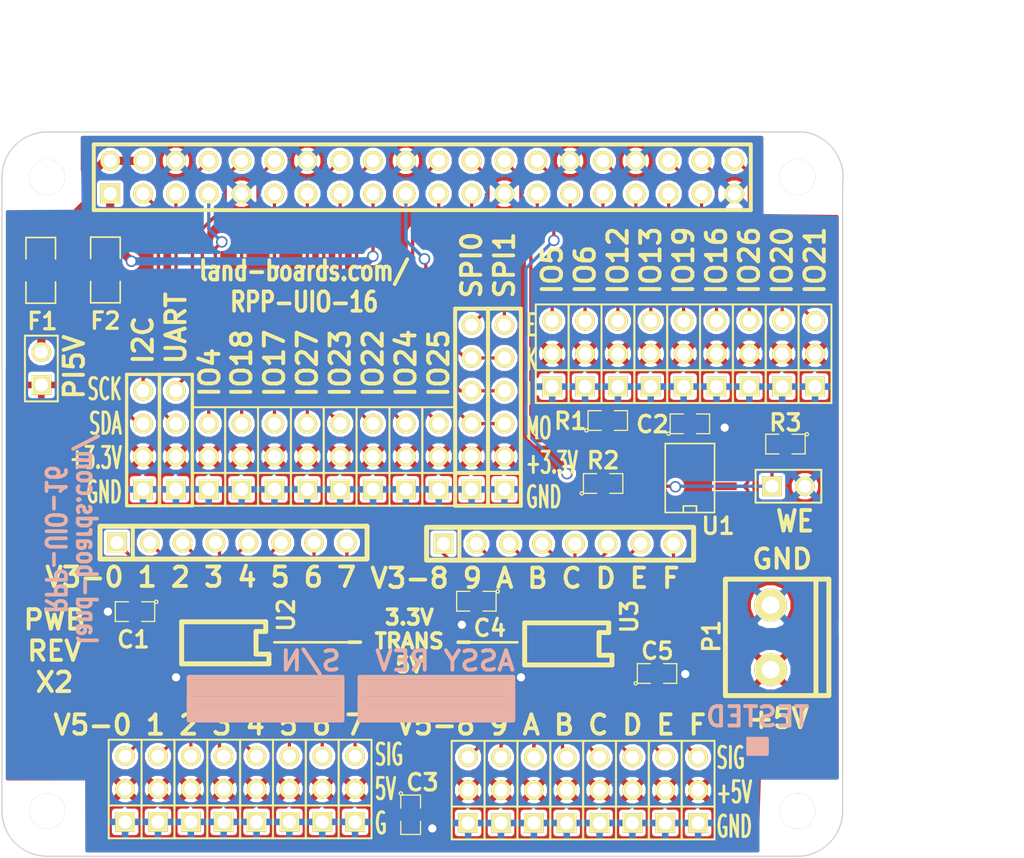
<source format=kicad_pcb>
(kicad_pcb (version 4) (host pcbnew "(after 2015-mar-04 BZR unknown)-product")
  (title_block (title RasPi-GVS-Plus-CFG) (rev X1) (company land-boards.com))
  (layers (0 F.Cu signal) (31 B.Cu signal hide) (36 B.SilkS user) (37 F.SilkS user hide) (38 B.Mask user) (39 F.Mask user) (44 Edge.Cuts user))
  (net 0 "")
  (net 1 /+3.3V)
  (net 2 /+5V)
  (net 3 /IO_12)
  (net 4 /IO_13)
  (net 5 /IO_16)
  (net 6 /IO_17)
  (net 7 /IO_18)
  (net 8 /IO_19)
  (net 9 /IO_20)
  (net 10 /IO_21)
  (net 11 /IO_22)
  (net 12 /IO_23)
  (net 13 /IO_24)
  (net 14 /IO_25)
  (net 15 /IO_26)
  (net 16 /IO_27)
  (net 17 /IO_4)
  (net 18 /IO_5)
  (net 19 /IO_6)
  (net 20 /RXD0)
  (net 21 /SCL)
  (net 22 /SCLK1)
  (net 23 /SDA)
  (net 24 /SDA1)
  (net 25 /SPICE0)
  (net 26 /SPICE1)
  (net 27 /SPIMISO)
  (net 28 /SPIMOSI)
  (net 29 /SPISCK)
  (net 30 /TXD0)
  (net 31 /WR)
  (net 32 GND)
  (net 33 "Net-(F1-Pad1)")
  (net 34 "Net-(F1-Pad2)")
  (net 35 "Net-(F2-Pad1)")
  (net 36 "Net-(J23-Pad6)")
  (net 37 "Net-(J23-Pad5)")
  (net 38 "Net-(J23-Pad1)")
  (net 39 "Net-(J23-Pad2)")
  (net 40 "Net-(J23-Pad3)")
  (net 41 "Net-(J23-Pad4)")
  (net 42 "Net-(J23-Pad7)")
  (net 43 "Net-(J23-Pad8)")
  (net 44 "Net-(J25-Pad3)")
  (net 45 "Net-(J26-Pad3)")
  (net 46 "Net-(J27-Pad3)")
  (net 47 "Net-(J28-Pad3)")
  (net 48 "Net-(J29-Pad3)")
  (net 49 "Net-(J30-Pad3)")
  (net 50 "Net-(J31-Pad3)")
  (net 51 "Net-(J32-Pad3)")
  (net 52 "Net-(J33-Pad6)")
  (net 53 "Net-(J33-Pad5)")
  (net 54 "Net-(J33-Pad1)")
  (net 55 "Net-(J33-Pad2)")
  (net 56 "Net-(J33-Pad3)")
  (net 57 "Net-(J33-Pad4)")
  (net 58 "Net-(J33-Pad7)")
  (net 59 "Net-(J33-Pad8)")
  (net 60 "Net-(J34-Pad3)")
  (net 61 "Net-(J35-Pad3)")
  (net 62 "Net-(J36-Pad3)")
  (net 63 "Net-(J37-Pad3)")
  (net 64 "Net-(J38-Pad3)")
  (net 65 "Net-(J39-Pad3)")
  (net 66 "Net-(J40-Pad3)")
  (net 67 "Net-(J41-Pad3)")
  (module PIN_ARRAY_4x1 (layer F.Cu) (at 128.45 83.82 90)
    (fp_text reference J2 hide)
    (fp_text value CONN_4 hide)
    (pad 1 thru_hole rect (at -3.81 0 90) (size 1.524 1.524) (drill 1.016) (layers *.Cu *.Mask F.SilkS) (net 32 GND))
    (pad 2 thru_hole circle (at -1.27 0 90) (size 1.524 1.524) (drill 1.016) (layers *.Cu *.Mask F.SilkS) (net 1 /+3.3V))
    (pad 3 thru_hole circle (at 1.27 0 90) (size 1.524 1.524) (drill 1.016) (layers *.Cu *.Mask F.SilkS) (net 30 /TXD0))
    (pad 4 thru_hole circle (at 3.81 0 90) (size 1.524 1.524) (drill 1.016) (layers *.Cu *.Mask F.SilkS) (net 20 /RXD0))
  )
  (module PIN_ARRAY_3X1 (layer F.Cu) (at 133.53 85.09 90)
    (fp_text reference J3 hide)
    (fp_text value CONN_3 hide)
    (pad 1 thru_hole rect (at -2.54 0 90) (size 1.524 1.524) (drill 1.016) (layers *.Cu *.Mask F.SilkS) (net 32 GND))
    (pad 2 thru_hole circle (at 0 0 90) (size 1.524 1.524) (drill 1.016) (layers *.Cu *.Mask F.SilkS) (net 1 /+3.3V))
    (pad 3 thru_hole circle (at 2.54 0 90) (size 1.524 1.524) (drill 1.016) (layers *.Cu *.Mask F.SilkS) (net 7 /IO_18))
  )
  (module PIN_ARRAY_3X1 (layer F.Cu) (at 138.61 85.09 90)
    (fp_text reference J5 hide)
    (fp_text value CONN_3 hide)
    (pad 1 thru_hole rect (at -2.54 0 90) (size 1.524 1.524) (drill 1.016) (layers *.Cu *.Mask F.SilkS) (net 32 GND))
    (pad 2 thru_hole circle (at 0 0 90) (size 1.524 1.524) (drill 1.016) (layers *.Cu *.Mask F.SilkS) (net 1 /+3.3V))
    (pad 3 thru_hole circle (at 2.54 0 90) (size 1.524 1.524) (drill 1.016) (layers *.Cu *.Mask F.SilkS) (net 16 /IO_27))
  )
  (module PIN_ARRAY_3X1 (layer F.Cu) (at 143.69 85.09 90)
    (fp_text reference J7 hide)
    (fp_text value CONN_3 hide)
    (pad 1 thru_hole rect (at -2.54 0 90) (size 1.524 1.524) (drill 1.016) (layers *.Cu *.Mask F.SilkS) (net 32 GND))
    (pad 2 thru_hole circle (at 0 0 90) (size 1.524 1.524) (drill 1.016) (layers *.Cu *.Mask F.SilkS) (net 1 /+3.3V))
    (pad 3 thru_hole circle (at 2.54 0 90) (size 1.524 1.524) (drill 1.016) (layers *.Cu *.Mask F.SilkS) (net 11 /IO_22))
  )
  (module PIN_ARRAY_3X1 (layer F.Cu) (at 148.77 85.09 90)
    (fp_text reference J9 hide)
    (fp_text value CONN_3 hide)
    (pad 1 thru_hole rect (at -2.54 0 90) (size 1.524 1.524) (drill 1.016) (layers *.Cu *.Mask F.SilkS) (net 32 GND))
    (pad 2 thru_hole circle (at 0 0 90) (size 1.524 1.524) (drill 1.016) (layers *.Cu *.Mask F.SilkS) (net 1 /+3.3V))
    (pad 3 thru_hole circle (at 2.54 0 90) (size 1.524 1.524) (drill 1.016) (layers *.Cu *.Mask F.SilkS) (net 14 /IO_25))
  )
  (module PIN_ARRAY_3X1 (layer F.Cu) (at 141.15 85.09 90)
    (fp_text reference J6 hide)
    (fp_text value CONN_3 hide)
    (pad 1 thru_hole rect (at -2.54 0 90) (size 1.524 1.524) (drill 1.016) (layers *.Cu *.Mask F.SilkS) (net 32 GND))
    (pad 2 thru_hole circle (at 0 0 90) (size 1.524 1.524) (drill 1.016) (layers *.Cu *.Mask F.SilkS) (net 1 /+3.3V))
    (pad 3 thru_hole circle (at 2.54 0 90) (size 1.524 1.524) (drill 1.016) (layers *.Cu *.Mask F.SilkS) (net 12 /IO_23))
  )
  (module PIN_ARRAY_3X1 (layer F.Cu) (at 146.23 85.09 90)
    (fp_text reference J8 hide)
    (fp_text value CONN_3 hide)
    (pad 1 thru_hole rect (at -2.54 0 90) (size 1.524 1.524) (drill 1.016) (layers *.Cu *.Mask F.SilkS) (net 32 GND))
    (pad 2 thru_hole circle (at 0 0 90) (size 1.524 1.524) (drill 1.016) (layers *.Cu *.Mask F.SilkS) (net 1 /+3.3V))
    (pad 3 thru_hole circle (at 2.54 0 90) (size 1.524 1.524) (drill 1.016) (layers *.Cu *.Mask F.SilkS) (net 13 /IO_24))
  )
  (module PIN_ARRAY-6X1 (layer F.Cu) (at 153.85 81.28 90)
    (fp_text reference J11 hide)
    (fp_text value CONN_6 hide)
    (pad 1 thru_hole rect (at -6.35 0 90) (size 1.524 1.524) (drill 1.016) (layers *.Cu *.Mask F.SilkS) (net 32 GND))
    (pad 2 thru_hole circle (at -3.81 0 90) (size 1.524 1.524) (drill 1.016) (layers *.Cu *.Mask F.SilkS) (net 1 /+3.3V))
    (pad 3 thru_hole circle (at -1.27 0 90) (size 1.524 1.524) (drill 1.016) (layers *.Cu *.Mask F.SilkS) (net 28 /SPIMOSI))
    (pad 4 thru_hole circle (at 1.27 0 90) (size 1.524 1.524) (drill 1.016) (layers *.Cu *.Mask F.SilkS) (net 27 /SPIMISO))
    (pad 5 thru_hole circle (at 3.81 0 90) (size 1.524 1.524) (drill 1.016) (layers *.Cu *.Mask F.SilkS) (net 29 /SPISCK))
    (pad 6 thru_hole circle (at 6.35 0 90) (size 1.524 1.524) (drill 1.016) (layers *.Cu *.Mask F.SilkS) (net 26 /SPICE1))
  )
  (module PIN_ARRAY_4x1 (layer F.Cu) (at 125.91 83.82 90)
    (fp_text reference J1 hide)
    (fp_text value CONN_4 hide)
    (pad 1 thru_hole rect (at -3.81 0 90) (size 1.524 1.524) (drill 1.016) (layers *.Cu *.Mask F.SilkS) (net 32 GND))
    (pad 2 thru_hole circle (at -1.27 0 90) (size 1.524 1.524) (drill 1.016) (layers *.Cu *.Mask F.SilkS) (net 1 /+3.3V))
    (pad 3 thru_hole circle (at 1.27 0 90) (size 1.524 1.524) (drill 1.016) (layers *.Cu *.Mask F.SilkS) (net 24 /SDA1))
    (pad 4 thru_hole circle (at 3.81 0 90) (size 1.524 1.524) (drill 1.016) (layers *.Cu *.Mask F.SilkS) (net 22 /SCLK1))
  )
  (module PIN_ARRAY_3X1 (layer F.Cu) (at 136.07 85.09 90)
    (fp_text reference J4 hide)
    (fp_text value CONN_3 hide)
    (pad 1 thru_hole rect (at -2.54 0 90) (size 1.524 1.524) (drill 1.016) (layers *.Cu *.Mask F.SilkS) (net 32 GND))
    (pad 2 thru_hole circle (at 0 0 90) (size 1.524 1.524) (drill 1.016) (layers *.Cu *.Mask F.SilkS) (net 1 /+3.3V))
    (pad 3 thru_hole circle (at 2.54 0 90) (size 1.524 1.524) (drill 1.016) (layers *.Cu *.Mask F.SilkS) (net 6 /IO_17))
  )
  (module PIN_ARRAY-6X1 (layer F.Cu) (at 151.31 81.28 90)
    (fp_text reference J10 hide)
    (fp_text value CONN_6 hide)
    (pad 1 thru_hole rect (at -6.35 0 90) (size 1.524 1.524) (drill 1.016) (layers *.Cu *.Mask F.SilkS) (net 32 GND))
    (pad 2 thru_hole circle (at -3.81 0 90) (size 1.524 1.524) (drill 1.016) (layers *.Cu *.Mask F.SilkS) (net 1 /+3.3V))
    (pad 3 thru_hole circle (at -1.27 0 90) (size 1.524 1.524) (drill 1.016) (layers *.Cu *.Mask F.SilkS) (net 28 /SPIMOSI))
    (pad 4 thru_hole circle (at 1.27 0 90) (size 1.524 1.524) (drill 1.016) (layers *.Cu *.Mask F.SilkS) (net 27 /SPIMISO))
    (pad 5 thru_hole circle (at 3.81 0 90) (size 1.524 1.524) (drill 1.016) (layers *.Cu *.Mask F.SilkS) (net 29 /SPISCK))
    (pad 6 thru_hole circle (at 6.35 0 90) (size 1.524 1.524) (drill 1.016) (layers *.Cu *.Mask F.SilkS) (net 25 /SPICE0))
  )
  (module SM1206 (layer F.Cu) (at 123.001 70.668 270)
    (fp_text reference F2 (at 3.937 0 360) (layer F.SilkS) (effects (font (size 1.27 1.27) (thickness 0.254))))
    (fp_text value FUSE hide)
    (pad 1 smd rect (at -1.651 0 270) (size 1.524 2.032) (layers F.Cu F.Mask) (net 35 "Net-(F2-Pad1)"))
    (pad 2 smd rect (at 1.651 0 270) (size 1.524 2.032) (layers F.Cu F.Mask) (net 1 /+3.3V))
  )
  (module REV_BLOCK (layer B.Cu) (at 135.828 103.942 180)
    (fp_text reference COUP?2 hide)
    (fp_text value COUPON hide)
  )
  (module REV_BLOCK (layer B.Cu) (at 149.036 103.942 180)
    (fp_text reference COUP?1 hide)
    (fp_text value COUPON hide)
  )
  (module PIN_ARRAY_3X1 (layer F.Cu) (at 157.545 77.145 90)
    (fp_text reference J12 hide)
    (fp_text value CONN_3 hide)
    (pad 1 thru_hole rect (at -2.54 0 90) (size 1.524 1.524) (drill 1.016) (layers *.Cu *.Mask F.SilkS) (net 32 GND))
    (pad 2 thru_hole circle (at 0 0 90) (size 1.524 1.524) (drill 1.016) (layers *.Cu *.Mask F.SilkS) (net 1 /+3.3V))
    (pad 3 thru_hole circle (at 2.54 0 90) (size 1.524 1.524) (drill 1.016) (layers *.Cu *.Mask F.SilkS) (net 18 /IO_5))
  )
  (module PIN_ARRAY_3X1 (layer F.Cu) (at 160.085 77.145 90)
    (fp_text reference J13 hide)
    (fp_text value CONN_3 hide)
    (pad 1 thru_hole rect (at -2.54 0 90) (size 1.524 1.524) (drill 1.016) (layers *.Cu *.Mask F.SilkS) (net 32 GND))
    (pad 2 thru_hole circle (at 0 0 90) (size 1.524 1.524) (drill 1.016) (layers *.Cu *.Mask F.SilkS) (net 1 /+3.3V))
    (pad 3 thru_hole circle (at 2.54 0 90) (size 1.524 1.524) (drill 1.016) (layers *.Cu *.Mask F.SilkS) (net 19 /IO_6))
  )
  (module PIN_ARRAY_3X1 (layer F.Cu) (at 165.165 77.145 90)
    (fp_text reference J14 hide)
    (fp_text value CONN_3 hide)
    (pad 1 thru_hole rect (at -2.54 0 90) (size 1.524 1.524) (drill 1.016) (layers *.Cu *.Mask F.SilkS) (net 32 GND))
    (pad 2 thru_hole circle (at 0 0 90) (size 1.524 1.524) (drill 1.016) (layers *.Cu *.Mask F.SilkS) (net 1 /+3.3V))
    (pad 3 thru_hole circle (at 2.54 0 90) (size 1.524 1.524) (drill 1.016) (layers *.Cu *.Mask F.SilkS) (net 4 /IO_13))
  )
  (module PIN_ARRAY_3X1 (layer F.Cu) (at 167.705 77.145 90)
    (fp_text reference J15 hide)
    (fp_text value CONN_3 hide)
    (pad 1 thru_hole rect (at -2.54 0 90) (size 1.524 1.524) (drill 1.016) (layers *.Cu *.Mask F.SilkS) (net 32 GND))
    (pad 2 thru_hole circle (at 0 0 90) (size 1.524 1.524) (drill 1.016) (layers *.Cu *.Mask F.SilkS) (net 1 /+3.3V))
    (pad 3 thru_hole circle (at 2.54 0 90) (size 1.524 1.524) (drill 1.016) (layers *.Cu *.Mask F.SilkS) (net 8 /IO_19))
  )
  (module PIN_ARRAY_3X1 (layer F.Cu) (at 172.785 77.145 90)
    (fp_text reference J16 hide)
    (fp_text value CONN_3 hide)
    (pad 1 thru_hole rect (at -2.54 0 90) (size 1.524 1.524) (drill 1.016) (layers *.Cu *.Mask F.SilkS) (net 32 GND))
    (pad 2 thru_hole circle (at 0 0 90) (size 1.524 1.524) (drill 1.016) (layers *.Cu *.Mask F.SilkS) (net 1 /+3.3V))
    (pad 3 thru_hole circle (at 2.54 0 90) (size 1.524 1.524) (drill 1.016) (layers *.Cu *.Mask F.SilkS) (net 15 /IO_26))
  )
  (module PIN_ARRAY_3X1 (layer F.Cu) (at 162.625 77.145 90)
    (fp_text reference J18 hide)
    (fp_text value CONN_3 hide)
    (pad 1 thru_hole rect (at -2.54 0 90) (size 1.524 1.524) (drill 1.016) (layers *.Cu *.Mask F.SilkS) (net 32 GND))
    (pad 2 thru_hole circle (at 0 0 90) (size 1.524 1.524) (drill 1.016) (layers *.Cu *.Mask F.SilkS) (net 1 /+3.3V))
    (pad 3 thru_hole circle (at 2.54 0 90) (size 1.524 1.524) (drill 1.016) (layers *.Cu *.Mask F.SilkS) (net 3 /IO_12))
  )
  (module PIN_ARRAY_3X1 (layer F.Cu) (at 170.245 77.145 90)
    (fp_text reference J19 hide)
    (fp_text value CONN_3 hide)
    (pad 1 thru_hole rect (at -2.54 0 90) (size 1.524 1.524) (drill 1.016) (layers *.Cu *.Mask F.SilkS) (net 32 GND))
    (pad 2 thru_hole circle (at 0 0 90) (size 1.524 1.524) (drill 1.016) (layers *.Cu *.Mask F.SilkS) (net 1 /+3.3V))
    (pad 3 thru_hole circle (at 2.54 0 90) (size 1.524 1.524) (drill 1.016) (layers *.Cu *.Mask F.SilkS) (net 5 /IO_16))
  )
  (module PIN_ARRAY_3X1 (layer F.Cu) (at 175.325 77.145 90)
    (fp_text reference J20 hide)
    (fp_text value CONN_3 hide)
    (pad 1 thru_hole rect (at -2.54 0 90) (size 1.524 1.524) (drill 1.016) (layers *.Cu *.Mask F.SilkS) (net 32 GND))
    (pad 2 thru_hole circle (at 0 0 90) (size 1.524 1.524) (drill 1.016) (layers *.Cu *.Mask F.SilkS) (net 1 /+3.3V))
    (pad 3 thru_hole circle (at 2.54 0 90) (size 1.524 1.524) (drill 1.016) (layers *.Cu *.Mask F.SilkS) (net 9 /IO_20))
  )
  (module PIN_ARRAY_3X1 (layer F.Cu) (at 177.865 77.145 90)
    (fp_text reference J17 hide)
    (fp_text value CONN_3 hide)
    (pad 1 thru_hole rect (at -2.54 0 90) (size 1.524 1.524) (drill 1.016) (layers *.Cu *.Mask F.SilkS) (net 32 GND))
    (pad 2 thru_hole circle (at 0 0 90) (size 1.524 1.524) (drill 1.016) (layers *.Cu *.Mask F.SilkS) (net 1 /+3.3V))
    (pad 3 thru_hole circle (at 2.54 0 90) (size 1.524 1.524) (drill 1.016) (layers *.Cu *.Mask F.SilkS) (net 10 /IO_21))
  )
  (module PIN_ARRAY_20X2 (layer F.Cu) (at 147.5 63.5)
    (fp_text reference J24 hide)
    (fp_text value RASPIOPLUS hide)
    (pad 1 thru_hole rect (at -24.13 1.27) (size 1.524 1.524) (drill 1.016) (layers *.Cu *.Mask F.SilkS) (net 35 "Net-(F2-Pad1)"))
    (pad 2 thru_hole circle (at -24.13 -1.27) (size 1.524 1.524) (drill 1.016) (layers *.Cu *.Mask F.SilkS) (net 33 "Net-(F1-Pad1)"))
    (pad 11 thru_hole circle (at -11.43 1.27) (size 1.524 1.524) (drill 1.016) (layers *.Cu *.Mask F.SilkS) (net 6 /IO_17))
    (pad 4 thru_hole circle (at -21.59 -1.27) (size 1.524 1.524) (drill 1.016) (layers *.Cu *.Mask F.SilkS) (net 33 "Net-(F1-Pad1)"))
    (pad 13 thru_hole circle (at -8.89 1.27) (size 1.524 1.524) (drill 1.016) (layers *.Cu *.Mask F.SilkS) (net 16 /IO_27))
    (pad 6 thru_hole circle (at -19.05 -1.27) (size 1.524 1.524) (drill 1.016) (layers *.Cu *.Mask F.SilkS) (net 32 GND))
    (pad 15 thru_hole circle (at -6.35 1.27) (size 1.524 1.524) (drill 1.016) (layers *.Cu *.Mask F.SilkS) (net 11 /IO_22))
    (pad 8 thru_hole circle (at -16.51 -1.27) (size 1.524 1.524) (drill 1.016) (layers *.Cu *.Mask F.SilkS) (net 30 /TXD0))
    (pad 17 thru_hole circle (at -3.81 1.27) (size 1.524 1.524) (drill 1.016) (layers *.Cu *.Mask F.SilkS) (net 35 "Net-(F2-Pad1)"))
    (pad 10 thru_hole circle (at -13.97 -1.27) (size 1.524 1.524) (drill 1.016) (layers *.Cu *.Mask F.SilkS) (net 20 /RXD0))
    (pad 19 thru_hole circle (at -1.27 1.27) (size 1.524 1.524) (drill 1.016) (layers *.Cu *.Mask F.SilkS) (net 28 /SPIMOSI))
    (pad 12 thru_hole circle (at -11.43 -1.27) (size 1.524 1.524) (drill 1.016) (layers *.Cu *.Mask F.SilkS) (net 7 /IO_18))
    (pad 21 thru_hole circle (at 1.27 1.27) (size 1.524 1.524) (drill 1.016) (layers *.Cu *.Mask F.SilkS) (net 27 /SPIMISO))
    (pad 14 thru_hole circle (at -8.89 -1.27) (size 1.524 1.524) (drill 1.016) (layers *.Cu *.Mask F.SilkS) (net 32 GND))
    (pad 23 thru_hole circle (at 3.81 1.27) (size 1.524 1.524) (drill 1.016) (layers *.Cu *.Mask F.SilkS) (net 29 /SPISCK))
    (pad 16 thru_hole circle (at -6.35 -1.27) (size 1.524 1.524) (drill 1.016) (layers *.Cu *.Mask F.SilkS) (net 12 /IO_23))
    (pad 25 thru_hole circle (at 6.35 1.27) (size 1.524 1.524) (drill 1.016) (layers *.Cu *.Mask F.SilkS) (net 32 GND))
    (pad 18 thru_hole circle (at -3.81 -1.27) (size 1.524 1.524) (drill 1.016) (layers *.Cu *.Mask F.SilkS) (net 13 /IO_24))
    (pad 27 thru_hole circle (at 8.89 1.27) (size 1.524 1.524) (drill 1.016) (layers *.Cu *.Mask F.SilkS) (net 23 /SDA))
    (pad 20 thru_hole circle (at -1.27 -1.27) (size 1.524 1.524) (drill 1.016) (layers *.Cu *.Mask F.SilkS) (net 32 GND))
    (pad 29 thru_hole circle (at 11.43 1.27) (size 1.524 1.524) (drill 1.016) (layers *.Cu *.Mask F.SilkS) (net 18 /IO_5))
    (pad 22 thru_hole circle (at 1.27 -1.27) (size 1.524 1.524) (drill 1.016) (layers *.Cu *.Mask F.SilkS) (net 14 /IO_25))
    (pad 31 thru_hole circle (at 13.97 1.27) (size 1.524 1.524) (drill 1.016) (layers *.Cu *.Mask F.SilkS) (net 19 /IO_6))
    (pad 24 thru_hole circle (at 3.81 -1.27) (size 1.524 1.524) (drill 1.016) (layers *.Cu *.Mask F.SilkS) (net 25 /SPICE0))
    (pad 26 thru_hole circle (at 6.35 -1.27) (size 1.524 1.524) (drill 1.016) (layers *.Cu *.Mask F.SilkS) (net 26 /SPICE1))
    (pad 33 thru_hole circle (at 16.51 1.27) (size 1.524 1.524) (drill 1.016) (layers *.Cu *.Mask F.SilkS) (net 4 /IO_13))
    (pad 28 thru_hole circle (at 8.89 -1.27) (size 1.524 1.524) (drill 1.016) (layers *.Cu *.Mask F.SilkS) (net 21 /SCL))
    (pad 32 thru_hole circle (at 13.97 -1.27) (size 1.524 1.524) (drill 1.016) (layers *.Cu *.Mask F.SilkS) (net 3 /IO_12))
    (pad 34 thru_hole circle (at 16.51 -1.27) (size 1.524 1.524) (drill 1.016) (layers *.Cu *.Mask F.SilkS) (net 32 GND))
    (pad 36 thru_hole circle (at 19.05 -1.27) (size 1.524 1.524) (drill 1.016) (layers *.Cu *.Mask F.SilkS) (net 5 /IO_16))
    (pad 38 thru_hole circle (at 21.59 -1.27) (size 1.524 1.524) (drill 1.016) (layers *.Cu *.Mask F.SilkS) (net 9 /IO_20))
    (pad 35 thru_hole circle (at 19.05 1.27) (size 1.524 1.524) (drill 1.016) (layers *.Cu *.Mask F.SilkS) (net 8 /IO_19))
    (pad 37 thru_hole circle (at 21.59 1.27) (size 1.524 1.524) (drill 1.016) (layers *.Cu *.Mask F.SilkS) (net 15 /IO_26))
    (pad 3 thru_hole circle (at -21.59 1.27) (size 1.524 1.524) (drill 1.016) (layers *.Cu *.Mask F.SilkS) (net 24 /SDA1))
    (pad 5 thru_hole circle (at -19.05 1.27) (size 1.524 1.524) (drill 1.016) (layers *.Cu *.Mask F.SilkS) (net 22 /SCLK1))
    (pad 7 thru_hole circle (at -16.51 1.27) (size 1.524 1.524) (drill 1.016) (layers *.Cu *.Mask F.SilkS) (net 17 /IO_4))
    (pad 9 thru_hole circle (at -13.97 1.27) (size 1.524 1.524) (drill 1.016) (layers *.Cu *.Mask F.SilkS) (net 32 GND))
    (pad 39 thru_hole circle (at 24.13 1.27) (size 1.524 1.524) (drill 1.016) (layers *.Cu *.Mask F.SilkS) (net 32 GND))
    (pad 40 thru_hole circle (at 24.13 -1.27) (size 1.524 1.524) (drill 1.016) (layers *.Cu *.Mask F.SilkS) (net 10 /IO_21))
    (pad 30 thru_hole circle (at 11.43 -1.27) (size 1.524 1.524) (drill 1.016) (layers *.Cu *.Mask F.SilkS) (net 32 GND))
  )
  (module PIN_ARRAY_3X1 (layer F.Cu) (at 130.99 85.09 90)
    (fp_text reference J21 hide)
    (fp_text value CONN_3 hide)
    (pad 1 thru_hole rect (at -2.54 0 90) (size 1.524 1.524) (drill 1.016) (layers *.Cu *.Mask F.SilkS) (net 32 GND))
    (pad 2 thru_hole circle (at 0 0 90) (size 1.524 1.524) (drill 1.016) (layers *.Cu *.Mask F.SilkS) (net 1 /+3.3V))
    (pad 3 thru_hole circle (at 2.54 0 90) (size 1.524 1.524) (drill 1.016) (layers *.Cu *.Mask F.SilkS) (net 17 /IO_4))
  )
  (module PIN_ARRAY-8X1 (layer F.Cu) (at 132.78 91.75)
    (fp_text reference J23 hide)
    (fp_text value CONN_8 hide)
    (pad 6 thru_hole circle (at 3.81 0) (size 1.524 1.524) (drill 1.016) (layers *.Cu *.Mask F.SilkS) (net 36 "Net-(J23-Pad6)"))
    (pad 5 thru_hole circle (at 1.27 0) (size 1.524 1.524) (drill 1.016) (layers *.Cu *.Mask F.SilkS) (net 37 "Net-(J23-Pad5)"))
    (pad 1 thru_hole rect (at -8.89 0) (size 1.524 1.524) (drill 1.016) (layers *.Cu *.Mask F.SilkS) (net 38 "Net-(J23-Pad1)"))
    (pad 2 thru_hole circle (at -6.35 0) (size 1.524 1.524) (drill 1.016) (layers *.Cu *.Mask F.SilkS) (net 39 "Net-(J23-Pad2)"))
    (pad 3 thru_hole circle (at -3.81 0) (size 1.524 1.524) (drill 1.016) (layers *.Cu *.Mask F.SilkS) (net 40 "Net-(J23-Pad3)"))
    (pad 4 thru_hole circle (at -1.27 0) (size 1.524 1.524) (drill 1.016) (layers *.Cu *.Mask F.SilkS) (net 41 "Net-(J23-Pad4)"))
    (pad 7 thru_hole circle (at 6.35 0) (size 1.524 1.524) (drill 1.016) (layers *.Cu *.Mask F.SilkS) (net 42 "Net-(J23-Pad7)"))
    (pad 8 thru_hole circle (at 8.89 0) (size 1.524 1.524) (drill 1.016) (layers *.Cu *.Mask F.SilkS) (net 43 "Net-(J23-Pad8)"))
  )
  (module MTG-2.75MM (layer F.Cu) (at 176.5 112.5)
    (fp_text reference MTG4 hide)
    (fp_text value CONN_1 hide)
    (pad 1 thru_hole circle (at 0 0) (size 2.75 2.75) (drill 2.75) (layers *.Cu *.Mask F.SilkS))
  )
  (module MTG-2.75MM (layer F.Cu) (at 118.5 112.5)
    (fp_text reference MTG3 hide)
    (fp_text value CONN_1 hide)
    (pad 1 thru_hole circle (at 0 0) (size 2.75 2.75) (drill 2.75) (layers *.Cu *.Mask F.SilkS))
  )
  (module MTG-2.75MM (layer F.Cu) (at 176.5 63.5)
    (fp_text reference MTG2 hide)
    (fp_text value CONN_1 hide)
    (pad 1 thru_hole circle (at 0 0) (size 2.75 2.75) (drill 2.75) (layers *.Cu *.Mask F.SilkS))
  )
  (module MTG-2.75MM (layer F.Cu) (at 118.5 63.5)
    (fp_text reference MTG1 hide)
    (fp_text value CONN_1 hide)
    (pad 1 thru_hole circle (at 0 0) (size 2.75 2.75) (drill 2.75) (layers *.Cu *.Mask F.SilkS))
  )
  (module PIN_ARRAY_3X1 (layer F.Cu) (at 142.305 110.8 90)
    (fp_text reference J25 hide)
    (fp_text value CONN_3 hide)
    (pad 1 thru_hole rect (at -2.54 0 90) (size 1.524 1.524) (drill 1.016) (layers *.Cu *.Mask F.SilkS) (net 32 GND))
    (pad 2 thru_hole circle (at 0 0 90) (size 1.524 1.524) (drill 1.016) (layers *.Cu *.Mask F.SilkS) (net 2 /+5V))
    (pad 3 thru_hole circle (at 2.54 0 90) (size 1.524 1.524) (drill 1.016) (layers *.Cu *.Mask F.SilkS) (net 44 "Net-(J25-Pad3)"))
  )
  (module PIN_ARRAY_3X1 (layer F.Cu) (at 139.765 110.8 90)
    (fp_text reference J26 hide)
    (fp_text value CONN_3 hide)
    (pad 1 thru_hole rect (at -2.54 0 90) (size 1.524 1.524) (drill 1.016) (layers *.Cu *.Mask F.SilkS) (net 32 GND))
    (pad 2 thru_hole circle (at 0 0 90) (size 1.524 1.524) (drill 1.016) (layers *.Cu *.Mask F.SilkS) (net 2 /+5V))
    (pad 3 thru_hole circle (at 2.54 0 90) (size 1.524 1.524) (drill 1.016) (layers *.Cu *.Mask F.SilkS) (net 45 "Net-(J26-Pad3)"))
  )
  (module PIN_ARRAY_3X1 (layer F.Cu) (at 137.225 110.8 90)
    (fp_text reference J27 hide)
    (fp_text value CONN_3 hide)
    (pad 1 thru_hole rect (at -2.54 0 90) (size 1.524 1.524) (drill 1.016) (layers *.Cu *.Mask F.SilkS) (net 32 GND))
    (pad 2 thru_hole circle (at 0 0 90) (size 1.524 1.524) (drill 1.016) (layers *.Cu *.Mask F.SilkS) (net 2 /+5V))
    (pad 3 thru_hole circle (at 2.54 0 90) (size 1.524 1.524) (drill 1.016) (layers *.Cu *.Mask F.SilkS) (net 46 "Net-(J27-Pad3)"))
  )
  (module PIN_ARRAY_3X1 (layer F.Cu) (at 134.685 110.8 90)
    (fp_text reference J28 hide)
    (fp_text value CONN_3 hide)
    (pad 1 thru_hole rect (at -2.54 0 90) (size 1.524 1.524) (drill 1.016) (layers *.Cu *.Mask F.SilkS) (net 32 GND))
    (pad 2 thru_hole circle (at 0 0 90) (size 1.524 1.524) (drill 1.016) (layers *.Cu *.Mask F.SilkS) (net 2 /+5V))
    (pad 3 thru_hole circle (at 2.54 0 90) (size 1.524 1.524) (drill 1.016) (layers *.Cu *.Mask F.SilkS) (net 47 "Net-(J28-Pad3)"))
  )
  (module PIN_ARRAY_3X1 (layer F.Cu) (at 132.145 110.8 90)
    (fp_text reference J29 hide)
    (fp_text value CONN_3 hide)
    (pad 1 thru_hole rect (at -2.54 0 90) (size 1.524 1.524) (drill 1.016) (layers *.Cu *.Mask F.SilkS) (net 32 GND))
    (pad 2 thru_hole circle (at 0 0 90) (size 1.524 1.524) (drill 1.016) (layers *.Cu *.Mask F.SilkS) (net 2 /+5V))
    (pad 3 thru_hole circle (at 2.54 0 90) (size 1.524 1.524) (drill 1.016) (layers *.Cu *.Mask F.SilkS) (net 48 "Net-(J29-Pad3)"))
  )
  (module PIN_ARRAY_3X1 (layer F.Cu) (at 129.605 110.8 90)
    (fp_text reference J30 hide)
    (fp_text value CONN_3 hide)
    (pad 1 thru_hole rect (at -2.54 0 90) (size 1.524 1.524) (drill 1.016) (layers *.Cu *.Mask F.SilkS) (net 32 GND))
    (pad 2 thru_hole circle (at 0 0 90) (size 1.524 1.524) (drill 1.016) (layers *.Cu *.Mask F.SilkS) (net 2 /+5V))
    (pad 3 thru_hole circle (at 2.54 0 90) (size 1.524 1.524) (drill 1.016) (layers *.Cu *.Mask F.SilkS) (net 49 "Net-(J30-Pad3)"))
  )
  (module PIN_ARRAY_3X1 (layer F.Cu) (at 127.065 110.8 90)
    (fp_text reference J31 hide)
    (fp_text value CONN_3 hide)
    (pad 1 thru_hole rect (at -2.54 0 90) (size 1.524 1.524) (drill 1.016) (layers *.Cu *.Mask F.SilkS) (net 32 GND))
    (pad 2 thru_hole circle (at 0 0 90) (size 1.524 1.524) (drill 1.016) (layers *.Cu *.Mask F.SilkS) (net 2 /+5V))
    (pad 3 thru_hole circle (at 2.54 0 90) (size 1.524 1.524) (drill 1.016) (layers *.Cu *.Mask F.SilkS) (net 50 "Net-(J31-Pad3)"))
  )
  (module PIN_ARRAY_3X1 (layer F.Cu) (at 124.525 110.8 90)
    (fp_text reference J32 hide)
    (fp_text value CONN_3 hide)
    (pad 1 thru_hole rect (at -2.54 0 90) (size 1.524 1.524) (drill 1.016) (layers *.Cu *.Mask F.SilkS) (net 32 GND))
    (pad 2 thru_hole circle (at 0 0 90) (size 1.524 1.524) (drill 1.016) (layers *.Cu *.Mask F.SilkS) (net 2 /+5V))
    (pad 3 thru_hole circle (at 2.54 0 90) (size 1.524 1.524) (drill 1.016) (layers *.Cu *.Mask F.SilkS) (net 51 "Net-(J32-Pad3)"))
  )
  (module SOG20 (layer F.Cu) (at 132.145 99.37 180)
    (fp_text reference U2 (at -4.826 2.032 270) (layer F.SilkS) (effects (font (size 1.27 1.27) (thickness 0.254))))
    (fp_text value TXB0108 hide)
    (pad 11 smd rect (at 2.95 -2.8 180) (size 0.25 1.55) (layers F.Cu F.Mask) (net 32 GND))
    (pad 12 smd rect (at 2.275 -2.8 180) (size 0.25 1.55) (layers F.Cu F.Mask) (net 51 "Net-(J32-Pad3)"))
    (pad 13 smd rect (at 1.625 -2.8 180) (size 0.25 1.55) (layers F.Cu F.Mask) (net 50 "Net-(J31-Pad3)"))
    (pad 14 smd rect (at 0.975 -2.8 180) (size 0.25 1.55) (layers F.Cu F.Mask) (net 49 "Net-(J30-Pad3)"))
    (pad 15 smd rect (at 0.325 -2.8 180) (size 0.25 1.55) (layers F.Cu F.Mask) (net 48 "Net-(J29-Pad3)"))
    (pad 16 smd rect (at -0.325 -2.8 180) (size 0.25 1.55) (layers F.Cu F.Mask) (net 47 "Net-(J28-Pad3)"))
    (pad 17 smd rect (at -0.975 -2.8 180) (size 0.25 1.55) (layers F.Cu F.Mask) (net 46 "Net-(J27-Pad3)"))
    (pad 18 smd rect (at -1.625 -2.8 180) (size 0.25 1.55) (layers F.Cu F.Mask) (net 45 "Net-(J26-Pad3)"))
    (pad 19 smd rect (at -2.275 -2.8 180) (size 0.25 1.55) (layers F.Cu F.Mask) (net 2 /+5V))
    (pad 20 smd rect (at -2.925 -2.8 180) (size 0.25 1.55) (layers F.Cu F.Mask) (net 44 "Net-(J25-Pad3)"))
    (pad 1 smd rect (at -2.925 2.8 180) (size 0.25 1.55) (layers F.Cu F.Mask) (net 43 "Net-(J23-Pad8)"))
    (pad 2 smd rect (at -2.275 2.8 180) (size 0.25 1.55) (layers F.Cu F.Mask) (net 1 /+3.3V))
    (pad 3 smd rect (at -1.625 2.8 180) (size 0.25 1.55) (layers F.Cu F.Mask) (net 42 "Net-(J23-Pad7)"))
    (pad 4 smd rect (at -0.975 2.8 180) (size 0.25 1.55) (layers F.Cu F.Mask) (net 36 "Net-(J23-Pad6)"))
    (pad 5 smd rect (at -0.325 2.8 180) (size 0.25 1.55) (layers F.Cu F.Mask) (net 37 "Net-(J23-Pad5)"))
    (pad 6 smd rect (at 0.325 2.8 180) (size 0.25 1.55) (layers F.Cu F.Mask) (net 41 "Net-(J23-Pad4)"))
    (pad 7 smd rect (at 0.975 2.8 180) (size 0.25 1.55) (layers F.Cu F.Mask) (net 40 "Net-(J23-Pad3)"))
    (pad 8 smd rect (at 1.625 2.8 180) (size 0.25 1.55) (layers F.Cu F.Mask) (net 39 "Net-(J23-Pad2)"))
    (pad 9 smd rect (at 2.275 2.8 180) (size 0.25 1.55) (layers F.Cu F.Mask) (net 38 "Net-(J23-Pad1)"))
    (pad 10 smd rect (at 2.925 2.8 180) (size 0.25 1.55) (layers F.Cu F.Mask) (net 1 /+3.3V))
  )
  (module SM1206 (layer F.Cu) (at 118 70.7 270)
    (fp_text reference F1 (at 3.937 -0.127 360) (layer F.SilkS) (effects (font (size 1.27 1.27) (thickness 0.254))))
    (fp_text value FUSE hide)
    (pad 1 smd rect (at -1.651 0 270) (size 1.524 2.032) (layers F.Cu F.Mask) (net 33 "Net-(F1-Pad1)"))
    (pad 2 smd rect (at 1.651 0 270) (size 1.524 2.032) (layers F.Cu F.Mask) (net 34 "Net-(F1-Pad2)"))
  )
  (module SM0805 (layer F.Cu) (at 125.287 97.084 180)
    (fp_text reference C1 (at 0.127 -2.159 180) (layer F.SilkS) (effects (font (size 1.27 1.27) (thickness 0.254))))
    (fp_text value 0.1uF hide)
    (pad 1 smd rect (at -0.9525 0 180) (size 0.889 1.397) (layers F.Cu F.Mask) (net 1 /+3.3V))
    (pad 2 smd rect (at 0.9525 0 180) (size 0.889 1.397) (layers F.Cu F.Mask) (net 32 GND))
  )
  (module SM0805 (layer F.Cu) (at 146.6 112.79 270)
    (fp_text reference C3 (at -2.498 -0.912 360) (layer F.SilkS) (effects (font (size 1.27 1.27) (thickness 0.254))))
    (fp_text value 0.1uF hide)
    (pad 1 smd rect (at -0.9525 0 270) (size 0.889 1.397) (layers F.Cu F.Mask) (net 2 /+5V))
    (pad 2 smd rect (at 0.9525 0 270) (size 0.889 1.397) (layers F.Cu F.Mask) (net 32 GND))
  )
  (module SM0805 (layer F.Cu) (at 168.19 82.564)
    (fp_text reference C2 (at -2.898 0.042) (layer F.SilkS) (effects (font (size 1.27 1.27) (thickness 0.254))))
    (fp_text value 0.1uF hide)
    (pad 1 smd rect (at -0.9525 0) (size 0.889 1.397) (layers F.Cu F.Mask) (net 1 /+3.3V))
    (pad 2 smd rect (at 0.9525 0) (size 0.889 1.397) (layers F.Cu F.Mask) (net 32 GND))
  )
  (module SO8E-wider (layer F.Cu) (at 168.19 86.755 90)
    (fp_text reference U1 (at -3.7084 2.1844 180) (layer F.SilkS) (effects (font (size 1.27 1.27) (thickness 0.254))))
    (fp_text value 24C512 hide)
    (pad 8 smd rect (at -1.905 -2.794 90) (size 0.59944 1.651) (layers F.Cu F.Mask) (net 1 /+3.3V))
    (pad 1 smd rect (at -1.905 2.794 90) (size 0.59944 1.651) (layers F.Cu F.Mask) (net 32 GND))
    (pad 7 smd rect (at -0.635 -2.794 90) (size 0.59944 1.651) (layers F.Cu F.Mask) (net 31 /WR))
    (pad 6 smd rect (at 0.635 -2.794 90) (size 0.59944 1.651) (layers F.Cu F.Mask) (net 21 /SCL))
    (pad 5 smd rect (at 1.905 -2.794 90) (size 0.59944 1.651) (layers F.Cu F.Mask) (net 23 /SDA))
    (pad 2 smd rect (at -0.635 2.794 90) (size 0.59944 1.651) (layers F.Cu F.Mask) (net 32 GND))
    (pad 3 smd rect (at 0.635 2.794 90) (size 0.59944 1.651) (layers F.Cu F.Mask) (net 32 GND))
    (pad 4 smd rect (at 1.905 2.794 90) (size 0.59944 1.651) (layers F.Cu F.Mask) (net 32 GND))
  )
  (module FIDUCIAL (layer F.Cu) (at 179.135 106.863)
    (fp_text reference FID1 hide)
    (fp_text value CONN_1 hide)
    (pad 1 smd circle (at -1.778 1.016) (size 1 1) (layers F.Cu F.Mask) (clearance 1))
  )
  (module FIDUCIAL (layer F.Cu) (at 117.667 82.987)
    (fp_text reference FID2 hide)
    (fp_text value CONN_1 hide)
    (pad 1 smd circle (at 0 0) (size 1 1) (layers F.Cu F.Mask) (clearance 1))
  )
  (module SM0805 (layer F.Cu) (at 161.482 87.178)
    (fp_text reference R2 (at 0 -1.778) (layer F.SilkS) (effects (font (size 1.27 1.27) (thickness 0.254))))
    (fp_text value 3.9K hide)
    (pad 1 smd rect (at -0.9525 0) (size 0.889 1.397) (layers F.Cu F.Mask) (net 1 /+3.3V))
    (pad 2 smd rect (at 0.9525 0) (size 0.889 1.397) (layers F.Cu F.Mask) (net 21 /SCL))
  )
  (module SM0805 (layer F.Cu) (at 161.84 82.31)
    (fp_text reference R1 (at -2.898 0.042) (layer F.SilkS) (effects (font (size 1.27 1.27) (thickness 0.254))))
    (fp_text value 3.9K hide)
    (pad 1 smd rect (at -0.9525 0) (size 0.889 1.397) (layers F.Cu F.Mask) (net 1 /+3.3V))
    (pad 2 smd rect (at 0.9525 0) (size 0.889 1.397) (layers F.Cu F.Mask) (net 23 /SDA))
  )
  (module PIN_ARRAY_2X1 (layer F.Cu) (at 175.81 87.39)
    (fp_text reference J22 hide)
    (fp_text value CONN_2 hide)
    (pad 1 thru_hole rect (at -1.27 0) (size 1.524 1.524) (drill 1.016) (layers *.Cu *.Mask F.SilkS) (net 31 /WR))
    (pad 2 thru_hole circle (at 1.27 0) (size 1.524 1.524) (drill 1.016) (layers *.Cu *.Mask F.SilkS) (net 32 GND))
  )
  (module SOG20 (layer F.Cu) (at 158.665 99.455 180)
    (fp_text reference U3 (at -4.849 1.99 270) (layer F.SilkS) (effects (font (size 1.27 1.27) (thickness 0.254))))
    (fp_text value TXB0108 hide)
    (pad 11 smd rect (at 2.95 -2.8 180) (size 0.25 1.55) (layers F.Cu F.Mask) (net 32 GND))
    (pad 12 smd rect (at 2.275 -2.8 180) (size 0.25 1.55) (layers F.Cu F.Mask) (net 67 "Net-(J41-Pad3)"))
    (pad 13 smd rect (at 1.625 -2.8 180) (size 0.25 1.55) (layers F.Cu F.Mask) (net 66 "Net-(J40-Pad3)"))
    (pad 14 smd rect (at 0.975 -2.8 180) (size 0.25 1.55) (layers F.Cu F.Mask) (net 65 "Net-(J39-Pad3)"))
    (pad 15 smd rect (at 0.325 -2.8 180) (size 0.25 1.55) (layers F.Cu F.Mask) (net 64 "Net-(J38-Pad3)"))
    (pad 16 smd rect (at -0.325 -2.8 180) (size 0.25 1.55) (layers F.Cu F.Mask) (net 63 "Net-(J37-Pad3)"))
    (pad 17 smd rect (at -0.975 -2.8 180) (size 0.25 1.55) (layers F.Cu F.Mask) (net 62 "Net-(J36-Pad3)"))
    (pad 18 smd rect (at -1.625 -2.8 180) (size 0.25 1.55) (layers F.Cu F.Mask) (net 61 "Net-(J35-Pad3)"))
    (pad 19 smd rect (at -2.275 -2.8 180) (size 0.25 1.55) (layers F.Cu F.Mask) (net 2 /+5V))
    (pad 20 smd rect (at -2.925 -2.8 180) (size 0.25 1.55) (layers F.Cu F.Mask) (net 60 "Net-(J34-Pad3)"))
    (pad 1 smd rect (at -2.925 2.8 180) (size 0.25 1.55) (layers F.Cu F.Mask) (net 59 "Net-(J33-Pad8)"))
    (pad 2 smd rect (at -2.275 2.8 180) (size 0.25 1.55) (layers F.Cu F.Mask) (net 1 /+3.3V))
    (pad 3 smd rect (at -1.625 2.8 180) (size 0.25 1.55) (layers F.Cu F.Mask) (net 58 "Net-(J33-Pad7)"))
    (pad 4 smd rect (at -0.975 2.8 180) (size 0.25 1.55) (layers F.Cu F.Mask) (net 52 "Net-(J33-Pad6)"))
    (pad 5 smd rect (at -0.325 2.8 180) (size 0.25 1.55) (layers F.Cu F.Mask) (net 53 "Net-(J33-Pad5)"))
    (pad 6 smd rect (at 0.325 2.8 180) (size 0.25 1.55) (layers F.Cu F.Mask) (net 57 "Net-(J33-Pad4)"))
    (pad 7 smd rect (at 0.975 2.8 180) (size 0.25 1.55) (layers F.Cu F.Mask) (net 56 "Net-(J33-Pad3)"))
    (pad 8 smd rect (at 1.625 2.8 180) (size 0.25 1.55) (layers F.Cu F.Mask) (net 55 "Net-(J33-Pad2)"))
    (pad 9 smd rect (at 2.275 2.8 180) (size 0.25 1.55) (layers F.Cu F.Mask) (net 54 "Net-(J33-Pad1)"))
    (pad 10 smd rect (at 2.925 2.8 180) (size 0.25 1.55) (layers F.Cu F.Mask) (net 1 /+3.3V))
  )
  (module SM0805 (layer F.Cu) (at 151.68 96.28 180)
    (fp_text reference C4 (at -1.039 -2.074 180) (layer F.SilkS) (effects (font (size 1.27 1.27) (thickness 0.254))))
    (fp_text value 0.1uF hide)
    (pad 1 smd rect (at -0.9525 0 180) (size 0.889 1.397) (layers F.Cu F.Mask) (net 1 /+3.3V))
    (pad 2 smd rect (at 0.9525 0 180) (size 0.889 1.397) (layers F.Cu F.Mask) (net 32 GND))
  )
  (module SM0805 (layer F.Cu) (at 165.65 101.868)
    (fp_text reference C5 (at 0.023 -1.736) (layer F.SilkS) (effects (font (size 1.27 1.27) (thickness 0.254))))
    (fp_text value 0.1uF hide)
    (pad 1 smd rect (at -0.9525 0) (size 0.889 1.397) (layers F.Cu F.Mask) (net 2 /+5V))
    (pad 2 smd rect (at 0.9525 0) (size 0.889 1.397) (layers F.Cu F.Mask) (net 32 GND))
  )
  (module PIN_ARRAY_3X1 (layer F.Cu) (at 168.825 110.885 90)
    (fp_text reference J34 hide)
    (fp_text value CONN_3 hide)
    (pad 1 thru_hole rect (at -2.54 0 90) (size 1.524 1.524) (drill 1.016) (layers *.Cu *.Mask F.SilkS) (net 32 GND))
    (pad 2 thru_hole circle (at 0 0 90) (size 1.524 1.524) (drill 1.016) (layers *.Cu *.Mask F.SilkS) (net 2 /+5V))
    (pad 3 thru_hole circle (at 2.54 0 90) (size 1.524 1.524) (drill 1.016) (layers *.Cu *.Mask F.SilkS) (net 60 "Net-(J34-Pad3)"))
  )
  (module PIN_ARRAY_3X1 (layer F.Cu) (at 166.285 110.885 90)
    (fp_text reference J35 hide)
    (fp_text value CONN_3 hide)
    (pad 1 thru_hole rect (at -2.54 0 90) (size 1.524 1.524) (drill 1.016) (layers *.Cu *.Mask F.SilkS) (net 32 GND))
    (pad 2 thru_hole circle (at 0 0 90) (size 1.524 1.524) (drill 1.016) (layers *.Cu *.Mask F.SilkS) (net 2 /+5V))
    (pad 3 thru_hole circle (at 2.54 0 90) (size 1.524 1.524) (drill 1.016) (layers *.Cu *.Mask F.SilkS) (net 61 "Net-(J35-Pad3)"))
  )
  (module PIN_ARRAY_3X1 (layer F.Cu) (at 163.745 110.885 90)
    (fp_text reference J36 hide)
    (fp_text value CONN_3 hide)
    (pad 1 thru_hole rect (at -2.54 0 90) (size 1.524 1.524) (drill 1.016) (layers *.Cu *.Mask F.SilkS) (net 32 GND))
    (pad 2 thru_hole circle (at 0 0 90) (size 1.524 1.524) (drill 1.016) (layers *.Cu *.Mask F.SilkS) (net 2 /+5V))
    (pad 3 thru_hole circle (at 2.54 0 90) (size 1.524 1.524) (drill 1.016) (layers *.Cu *.Mask F.SilkS) (net 62 "Net-(J36-Pad3)"))
  )
  (module PIN_ARRAY_3X1 (layer F.Cu) (at 161.205 110.885 90)
    (fp_text reference J37 hide)
    (fp_text value CONN_3 hide)
    (pad 1 thru_hole rect (at -2.54 0 90) (size 1.524 1.524) (drill 1.016) (layers *.Cu *.Mask F.SilkS) (net 32 GND))
    (pad 2 thru_hole circle (at 0 0 90) (size 1.524 1.524) (drill 1.016) (layers *.Cu *.Mask F.SilkS) (net 2 /+5V))
    (pad 3 thru_hole circle (at 2.54 0 90) (size 1.524 1.524) (drill 1.016) (layers *.Cu *.Mask F.SilkS) (net 63 "Net-(J37-Pad3)"))
  )
  (module PIN_ARRAY_3X1 (layer F.Cu) (at 158.665 110.885 90)
    (fp_text reference J38 hide)
    (fp_text value CONN_3 hide)
    (pad 1 thru_hole rect (at -2.54 0 90) (size 1.524 1.524) (drill 1.016) (layers *.Cu *.Mask F.SilkS) (net 32 GND))
    (pad 2 thru_hole circle (at 0 0 90) (size 1.524 1.524) (drill 1.016) (layers *.Cu *.Mask F.SilkS) (net 2 /+5V))
    (pad 3 thru_hole circle (at 2.54 0 90) (size 1.524 1.524) (drill 1.016) (layers *.Cu *.Mask F.SilkS) (net 64 "Net-(J38-Pad3)"))
  )
  (module PIN_ARRAY_3X1 (layer F.Cu) (at 156.125 110.885 90)
    (fp_text reference J39 hide)
    (fp_text value CONN_3 hide)
    (pad 1 thru_hole rect (at -2.54 0 90) (size 1.524 1.524) (drill 1.016) (layers *.Cu *.Mask F.SilkS) (net 32 GND))
    (pad 2 thru_hole circle (at 0 0 90) (size 1.524 1.524) (drill 1.016) (layers *.Cu *.Mask F.SilkS) (net 2 /+5V))
    (pad 3 thru_hole circle (at 2.54 0 90) (size 1.524 1.524) (drill 1.016) (layers *.Cu *.Mask F.SilkS) (net 65 "Net-(J39-Pad3)"))
  )
  (module PIN_ARRAY_3X1 (layer F.Cu) (at 153.585 110.885 90)
    (fp_text reference J40 hide)
    (fp_text value CONN_3 hide)
    (pad 1 thru_hole rect (at -2.54 0 90) (size 1.524 1.524) (drill 1.016) (layers *.Cu *.Mask F.SilkS) (net 32 GND))
    (pad 2 thru_hole circle (at 0 0 90) (size 1.524 1.524) (drill 1.016) (layers *.Cu *.Mask F.SilkS) (net 2 /+5V))
    (pad 3 thru_hole circle (at 2.54 0 90) (size 1.524 1.524) (drill 1.016) (layers *.Cu *.Mask F.SilkS) (net 66 "Net-(J40-Pad3)"))
  )
  (module PIN_ARRAY_3X1 (layer F.Cu) (at 151.045 110.885 90)
    (fp_text reference J41 hide)
    (fp_text value CONN_3 hide)
    (pad 1 thru_hole rect (at -2.54 0 90) (size 1.524 1.524) (drill 1.016) (layers *.Cu *.Mask F.SilkS) (net 32 GND))
    (pad 2 thru_hole circle (at 0 0 90) (size 1.524 1.524) (drill 1.016) (layers *.Cu *.Mask F.SilkS) (net 2 /+5V))
    (pad 3 thru_hole circle (at 2.54 0 90) (size 1.524 1.524) (drill 1.016) (layers *.Cu *.Mask F.SilkS) (net 67 "Net-(J41-Pad3)"))
  )
  (module PIN_ARRAY-8X1 (layer F.Cu) (at 158.03 91.835)
    (fp_text reference J33 hide)
    (fp_text value CONN_8 hide)
    (pad 6 thru_hole circle (at 3.81 0) (size 1.524 1.524) (drill 1.016) (layers *.Cu *.Mask F.SilkS) (net 52 "Net-(J33-Pad6)"))
    (pad 5 thru_hole circle (at 1.27 0) (size 1.524 1.524) (drill 1.016) (layers *.Cu *.Mask F.SilkS) (net 53 "Net-(J33-Pad5)"))
    (pad 1 thru_hole rect (at -8.89 0) (size 1.524 1.524) (drill 1.016) (layers *.Cu *.Mask F.SilkS) (net 54 "Net-(J33-Pad1)"))
    (pad 2 thru_hole circle (at -6.35 0) (size 1.524 1.524) (drill 1.016) (layers *.Cu *.Mask F.SilkS) (net 55 "Net-(J33-Pad2)"))
    (pad 3 thru_hole circle (at -3.81 0) (size 1.524 1.524) (drill 1.016) (layers *.Cu *.Mask F.SilkS) (net 56 "Net-(J33-Pad3)"))
    (pad 4 thru_hole circle (at -1.27 0) (size 1.524 1.524) (drill 1.016) (layers *.Cu *.Mask F.SilkS) (net 57 "Net-(J33-Pad4)"))
    (pad 7 thru_hole circle (at 6.35 0) (size 1.524 1.524) (drill 1.016) (layers *.Cu *.Mask F.SilkS) (net 58 "Net-(J33-Pad7)"))
    (pad 8 thru_hole circle (at 8.89 0) (size 1.524 1.524) (drill 1.016) (layers *.Cu *.Mask F.SilkS) (net 59 "Net-(J33-Pad8)"))
  )
  (module TB2-5MM (layer F.Cu) (at 174.436 96.576 270)
    (fp_text reference P1 (at 2.413 4.572 270) (layer F.SilkS) (effects (font (size 1.27 1.27) (thickness 0.254))))
    (fp_text value CONN_2 hide)
    (pad 1 thru_hole circle (at 0 0 270) (size 2.54 2.54) (drill 1.3589) (layers *.Cu *.Mask F.SilkS) (net 32 GND))
    (pad 2 thru_hole circle (at 5 0 270) (size 2.54 2.54) (drill 1.3589) (layers *.Cu *.Mask F.SilkS) (net 2 /+5V))
  )
  (module SM0805 (layer F.Cu) (at 175.579 84.13 180)
    (fp_text reference R3 (at 0 1.651 180) (layer F.SilkS) (effects (font (size 1.27 1.27) (thickness 0.254))))
    (fp_text value 1K hide)
    (pad 1 smd rect (at -0.9525 0 180) (size 0.889 1.397) (layers F.Cu F.Mask) (net 1 /+3.3V))
    (pad 2 smd rect (at 0.9525 0 180) (size 0.889 1.397) (layers F.Cu F.Mask) (net 31 /WR))
  )
  (module PIN_ARRAY_2X1 (layer F.Cu) (at 118.048 78.288 90)
    (fp_text reference P2 hide)
    (fp_text value CONN_2 hide)
    (pad 1 thru_hole rect (at -1.27 0 90) (size 1.524 1.524) (drill 1.016) (layers *.Cu *.Mask F.SilkS) (net 2 /+5V))
    (pad 2 thru_hole circle (at 1.27 0 90) (size 1.524 1.524) (drill 1.016) (layers *.Cu *.Mask F.SilkS) (net 34 "Net-(F1-Pad2)"))
  )
  (gr_text PI5V (at 120.588 80.828 90) (layer F.SilkS) (effects (font (size 1.5 1.5) (thickness 0.3)) (justify left)))
  (gr_text TESTED (at 173.42 105.212) (layer B.SilkS) (effects (font (size 1.5 1.5) (thickness 0.3)) (justify mirror)))
  (gr_line (start 174.182 108.006) (end 174.055 108.006) (angle 90) (layer B.SilkS) (width 0.2))
  (gr_line (start 172.658 108.006) (end 174.182 108.006) (angle 90) (layer B.SilkS) (width 0.2))
  (gr_line (start 172.658 107.752) (end 172.658 108.006) (angle 90) (layer B.SilkS) (width 0.2))
  (gr_line (start 174.182 107.752) (end 172.658 107.752) (angle 90) (layer B.SilkS) (width 0.2))
  (gr_line (start 174.182 107.498) (end 174.182 107.752) (angle 90) (layer B.SilkS) (width 0.2))
  (gr_line (start 172.658 107.498) (end 174.182 107.498) (angle 90) (layer B.SilkS) (width 0.2))
  (gr_line (start 172.658 107.244) (end 172.658 107.498) (angle 90) (layer B.SilkS) (width 0.2))
  (gr_line (start 174.182 107.244) (end 172.658 107.244) (angle 90) (layer B.SilkS) (width 0.2))
  (gr_line (start 174.182 106.99) (end 174.182 107.244) (angle 90) (layer B.SilkS) (width 0.2))
  (gr_line (start 172.658 106.99) (end 174.182 106.99) (angle 90) (layer B.SilkS) (width 0.2))
  (gr_line (start 174.182 107.879) (end 172.658 107.879) (angle 90) (layer B.SilkS) (width 0.2))
  (gr_line (start 174.182 107.625) (end 174.182 107.879) (angle 90) (layer B.SilkS) (width 0.2))
  (gr_line (start 172.658 107.625) (end 174.182 107.625) (angle 90) (layer B.SilkS) (width 0.2))
  (gr_line (start 172.658 107.371) (end 172.658 107.625) (angle 90) (layer B.SilkS) (width 0.2))
  (gr_line (start 174.182 107.371) (end 172.658 107.371) (angle 90) (layer B.SilkS) (width 0.2))
  (gr_line (start 174.182 107.117) (end 174.182 107.371) (angle 90) (layer B.SilkS) (width 0.2))
  (gr_line (start 172.658 107.117) (end 174.182 107.117) (angle 90) (layer B.SilkS) (width 0.2))
  (gr_line (start 172.658 106.863) (end 172.658 107.117) (angle 90) (layer B.SilkS) (width 0.2))
  (gr_line (start 172.658 108.133) (end 172.658 106.863) (angle 90) (layer B.SilkS) (width 0.2))
  (gr_line (start 174.182 108.133) (end 172.658 108.133) (angle 90) (layer B.SilkS) (width 0.2))
  (gr_line (start 174.182 106.863) (end 174.182 108.133) (angle 90) (layer B.SilkS) (width 0.2))
  (gr_line (start 172.658 106.863) (end 174.182 106.863) (angle 90) (layer B.SilkS) (width 0.2))
  (gr_text GND (at 175.325 93.02) (layer F.SilkS) (effects (font (size 1.5 1.5) (thickness 0.3))))
  (gr_text +5V (at 175.071 105.339) (layer F.SilkS) (effects (font (size 1.5 1.5) (thickness 0.3))))
  (gr_text "land-boards.com/\nRPP-UIO-16" (at 120.334 91.496 270) (layer B.SilkS) (effects (font (size 1.5 1.143) (thickness 0.28575)) (justify mirror)))
  (gr_line (start 151.172 99.455) (end 154.855 99.455) (angle 90) (layer F.SilkS) (width 0.2))
  (gr_line (start 142.282 99.455) (end 136.059 99.455) (angle 90) (layer F.SilkS) (width 0.2))
  (gr_text "V5-8 9 A B C D E F " (at 170.753 105.847) (layer F.SilkS) (effects (font (size 1.5 1.4986) (thickness 0.3)) (justify right)))
  (gr_text "V3-8 9 A B C D E F" (at 167.555 94.502) (layer F.SilkS) (effects (font (size 1.5 1.4986) (thickness 0.3)) (justify right)))
  (gr_text "E\nK\nI\nMO\n+3.3V\nGND" (at 155.386 81.59) (layer F.SilkS) (effects (font (size 1.651 0.889) (thickness 0.22225)) (justify left)))
  (gr_text "V5-0 1 2 3 4 5 6 7" (at 143.194 105.847) (layer F.SilkS) (effects (font (size 1.5 1.4986) (thickness 0.3)) (justify right)))
  (gr_text "3.3V\n- TRANS -\n5V" (at 146.496 99.37) (layer F.SilkS) (effects (font (size 1.143 1.143) (thickness 0.28575))))
  (gr_text "V3-0 1 2 3 4 5 6 7" (at 142.559 94.417) (layer F.SilkS) (effects (font (size 1.5 1.4986) (thickness 0.3)) (justify right)))
  (gr_text "SIG\n5V\nG" (at 143.702 110.8) (layer F.SilkS) (effects (font (size 1.651 0.889) (thickness 0.22225)) (justify left)))
  (gr_text "SIG\n+5V\nGND" (at 170.118 111.054) (layer F.SilkS) (effects (font (size 1.651 0.889) (thickness 0.22225)) (justify left)))
  (gr_text WE (at 174.69 90.099) (layer F.SilkS) (effects (font (size 1.5875 1.397) (thickness 0.3048)) (justify left)))
  (gr_text IO20 (at 175.325 72.7 90) (layer F.SilkS) (effects (font (size 1.5 1.5) (thickness 0.3)) (justify left)))
  (gr_text IO16 (at 170.245 72.7 90) (layer F.SilkS) (effects (font (size 1.5 1.5) (thickness 0.3)) (justify left)))
  (gr_text IO12 (at 162.625 72.7 90) (layer F.SilkS) (effects (font (size 1.5 1.5) (thickness 0.3)) (justify left)))
  (gr_text IO21 (at 177.865 72.7 90) (layer F.SilkS) (effects (font (size 1.5 1.5) (thickness 0.3)) (justify left)))
  (gr_text IO26 (at 172.785 72.7 90) (layer F.SilkS) (effects (font (size 1.5 1.5) (thickness 0.3)) (justify left)))
  (gr_text IO19 (at 167.705 72.7 90) (layer F.SilkS) (effects (font (size 1.5 1.5) (thickness 0.3)) (justify left)))
  (gr_text IO13 (at 165.165 72.7 90) (layer F.SilkS) (effects (font (size 1.5 1.5) (thickness 0.3)) (justify left)))
  (gr_text IO6 (at 160.085 72.7 90) (layer F.SilkS) (effects (font (size 1.5 1.5) (thickness 0.3)) (justify left)))
  (gr_text IO5 (at 157.545 72.7 90) (layer F.SilkS) (effects (font (size 1.5 1.5) (thickness 0.3)) (justify left)))
  (gr_text IO24 (at 146.23 80.645 90) (layer F.SilkS) (effects (font (size 1.5 1.5) (thickness 0.3)) (justify left)))
  (gr_text IO4 (at 131.0655 80.6375 90) (layer F.SilkS) (effects (font (size 1.5 1.5) (thickness 0.3)) (justify left)))
  (gr_line (start 176.5 116) (end 118.5 116) (angle 90) (layer Edge.Cuts) (width 0.1))
  (gr_line (start 180 64) (end 180 112.5) (angle 90) (layer Edge.Cuts) (width 0.1))
  (gr_line (start 118.5 60) (end 177 60) (angle 90) (layer Edge.Cuts) (width 0.1))
  (gr_line (start 115 112.5) (end 115 63.5) (angle 90) (layer Edge.Cuts) (width 0.1))
  (gr_arc (start 176.5 63.5) (end 177 60) (angle 90) (layer Edge.Cuts) (width 0.1))
  (gr_arc (start 176.5 112.5) (end 180 112.5) (angle 90) (layer Edge.Cuts) (width 0.1))
  (gr_arc (start 118.5 112.5) (end 118.5 116) (angle 90) (layer Edge.Cuts) (width 0.1))
  (gr_arc (start 118.5 63.5) (end 115 63.5) (angle 90) (layer Edge.Cuts) (width 0.1))
  (gr_text "PWB\nREV\nX2" (at 119.064 100.132) (layer F.SilkS) (effects (font (size 1.5 1.5) (thickness 0.3))))
  (gr_text "ASSY REV" (at 143.702 100.894) (layer B.SilkS) (effects (font (size 1.5 1.5) (thickness 0.3)) (justify right mirror)))
  (gr_text S/N (at 138.876 100.894) (layer B.SilkS) (effects (font (size 1.5 1.5) (thickness 0.3)) (justify mirror)))
  (gr_text "SCK\nSDA\n+3.3V\nGND" (at 124.398 83.876) (layer F.SilkS) (effects (font (size 1.651 0.889) (thickness 0.22225)) (justify right)))
  (gr_text "land-boards.com/\nRPP-UIO-16" (at 138.368 71.938) (layer F.SilkS) (effects (font (size 1.5 1.143) (thickness 0.28575))))
  (gr_text SPI1 (at 153.85 73.025 90) (layer F.SilkS) (effects (font (size 1.5 1.5) (thickness 0.3)) (justify left)))
  (gr_text SPI0 (at 151.31 73.025 90) (layer F.SilkS) (effects (font (size 1.5 1.5) (thickness 0.3)) (justify left)))
  (gr_text IO25 (at 148.77 80.645 90) (layer F.SilkS) (effects (font (size 1.5 1.5) (thickness 0.3)) (justify left)))
  (gr_text IO22 (at 143.69 80.645 90) (layer F.SilkS) (effects (font (size 1.5 1.5) (thickness 0.3)) (justify left)))
  (gr_text IO23 (at 141.15 80.645 90) (layer F.SilkS) (effects (font (size 1.5 1.5) (thickness 0.3)) (justify left)))
  (gr_text IO27 (at 138.61 80.645 90) (layer F.SilkS) (effects (font (size 1.5 1.5) (thickness 0.3)) (justify left)))
  (gr_text IO17 (at 136.07 80.645 90) (layer F.SilkS) (effects (font (size 1.5 1.5) (thickness 0.3)) (justify left)))
  (gr_text IO18 (at 133.53 80.645 90) (layer F.SilkS) (effects (font (size 1.5 1.5) (thickness 0.3)) (justify left)))
  (gr_text UART (at 128.45 78.105 90) (layer F.SilkS) (effects (font (size 1.5 1.5) (thickness 0.3)) (justify left)))
  (gr_text I2C (at 125.91 78.105 90) (layer F.SilkS) (effects (font (size 1.5 1.5) (thickness 0.3)) (justify left)))
  (segment (start 162.625 63.385) (end 161.47 62.23) (width 0.254) (layer F.Cu) (net 3))
  (segment (start 162.625 74.605) (end 162.625 63.385) (width 0.254) (layer F.Cu) (net 3))
  (segment (start 165.165 73.335) (end 164.01 72.18) (width 0.254) (layer F.Cu) (net 4))
  (segment (start 164.01 72.18) (end 164.01 64.77) (width 0.254) (layer F.Cu) (net 4))
  (segment (start 165.165 74.605) (end 165.165 73.335) (width 0.254) (layer F.Cu) (net 4))
  (segment (start 167.705 63.385) (end 166.55 62.23) (width 0.254) (layer F.Cu) (net 5))
  (segment (start 170.245 72.065) (end 167.705 69.525) (width 0.254) (layer F.Cu) (net 5))
  (segment (start 167.705 69.525) (end 167.705 63.385) (width 0.254) (layer F.Cu) (net 5))
  (segment (start 170.245 74.605) (end 170.245 72.065) (width 0.254) (layer F.Cu) (net 5))
  (segment (start 136.07 82.55) (end 136.07 64.77) (width 0.254) (layer F.Cu) (net 6))
  (segment (start 133.53 67.31) (end 134.8 66.04) (width 0.254) (layer F.Cu) (net 7))
  (segment (start 134.8 66.04) (end 134.8 63.5) (width 0.254) (layer F.Cu) (net 7))
  (segment (start 134.8 63.5) (end 136.07 62.23) (width 0.254) (layer F.Cu) (net 7))
  (segment (start 133.53 82.55) (end 133.53 67.31) (width 0.254) (layer F.Cu) (net 7))
  (segment (start 166.55 70.91) (end 167.705 72.065) (width 0.254) (layer F.Cu) (net 8))
  (segment (start 167.705 72.065) (end 167.705 74.605) (width 0.254) (layer F.Cu) (net 8))
  (segment (start 166.55 64.77) (end 166.55 70.91) (width 0.254) (layer F.Cu) (net 8))
  (segment (start 169.217 62.23) (end 169.09 62.23) (width 0.254) (layer F.Cu) (net 9))
  (segment (start 175.325 73.335) (end 170.245 68.255) (width 0.254) (layer F.Cu) (net 9))
  (segment (start 170.245 68.255) (end 170.245 63.385) (width 0.254) (layer F.Cu) (net 9))
  (segment (start 170.245 63.385) (end 169.09 62.23) (width 0.254) (layer F.Cu) (net 9))
  (segment (start 175.325 74.605) (end 175.325 73.335) (width 0.254) (layer F.Cu) (net 9))
  (segment (start 172.785 69.525) (end 172.785 63.175) (width 0.254) (layer F.Cu) (net 10))
  (segment (start 172.785 63.175) (end 171.84 62.23) (width 0.254) (layer F.Cu) (net 10))
  (segment (start 171.84 62.23) (end 171.63 62.23) (width 0.254) (layer F.Cu) (net 10))
  (segment (start 177.865 74.605) (end 172.785 69.525) (width 0.254) (layer F.Cu) (net 10))
  (segment (start 143.563 82.55) (end 141.15 80.137) (width 0.254) (layer F.Cu) (net 11))
  (segment (start 141.15 80.137) (end 141.15 64.77) (width 0.254) (layer F.Cu) (net 11))
  (segment (start 143.69 82.55) (end 143.563 82.55) (width 0.254) (layer F.Cu) (net 11))
  (segment (start 139.88 81.28) (end 139.88 63.5) (width 0.254) (layer F.Cu) (net 12))
  (segment (start 139.88 63.5) (end 141.15 62.23) (width 0.254) (layer F.Cu) (net 12))
  (segment (start 141.15 82.55) (end 139.88 81.28) (width 0.254) (layer F.Cu) (net 12))
  (segment (start 146.103 82.55) (end 142.42 78.867) (width 0.254) (layer F.Cu) (net 13))
  (segment (start 142.42 78.867) (end 142.42 63.5) (width 0.254) (layer F.Cu) (net 13))
  (segment (start 142.42 63.5) (end 143.69 62.23) (width 0.254) (layer F.Cu) (net 13))
  (segment (start 146.23 82.55) (end 146.103 82.55) (width 0.254) (layer F.Cu) (net 13))
  (segment (start 147.893 81.673) (end 148.77 82.55) (width 0.254) (layer F.Cu) (net 14))
  (segment (start 147.893 75.729) (end 146.7524 74.5884) (width 0.254) (layer F.Cu) (net 14))
  (segment (start 146.7524 74.5884) (end 146.7524 67.6796) (width 0.254) (layer F.Cu) (net 14))
  (segment (start 146.7524 67.6796) (end 147.4636 66.9684) (width 0.254) (layer F.Cu) (net 14))
  (segment (start 147.893 81.673) (end 147.893 75.729) (width 0.254) (layer F.Cu) (net 14))
  (segment (start 147.4636 63.5364) (end 148.77 62.23) (width 0.254) (layer F.Cu) (net 14))
  (segment (start 147.4636 66.9684) (end 147.4636 63.5364) (width 0.254) (layer F.Cu) (net 14))
  (segment (start 172.785 72.7) (end 169.09 69.005) (width 0.254) (layer F.Cu) (net 15))
  (segment (start 169.09 69.005) (end 169.09 64.77) (width 0.254) (layer F.Cu) (net 15))
  (segment (start 172.785 74.605) (end 172.785 72.7) (width 0.254) (layer F.Cu) (net 15))
  (segment (start 138.61 82.55) (end 138.61 64.77) (width 0.254) (layer F.Cu) (net 16))
  (segment (start 130.99 67.49) (end 132 68.5) (width 0.254) (layer B.Cu) (net 17))
  (via (at 132 68.5) (size 0.889) (layers F.Cu B.Cu) (net 17))
  (segment (start 132 68.5) (end 131.5 69) (width 0.254) (layer F.Cu) (net 17))
  (segment (start 131.5 69) (end 131.5 80) (width 0.254) (layer F.Cu) (net 17))
  (segment (start 131.5 80) (end 130.99 80.51) (width 0.254) (layer F.Cu) (net 17))
  (segment (start 130.99 80.51) (end 130.99 82.55) (width 0.254) (layer F.Cu) (net 17))
  (segment (start 130.99 64.77) (end 130.99 67.49) (width 0.254) (layer B.Cu) (net 17))
  (segment (start 157.545 74.605) (end 157.545 73.143) (width 0.254) (layer F.Cu) (net 18))
  (segment (start 158.93 71.758) (end 157.545 73.143) (width 0.254) (layer F.Cu) (net 18))
  (segment (start 158.93 64.77) (end 158.93 71.758) (width 0.254) (layer F.Cu) (net 18))
  (segment (start 161.47 71.758) (end 160.085 73.143) (width 0.254) (layer F.Cu) (net 19))
  (segment (start 160.085 73.143) (end 160.085 74.605) (width 0.254) (layer F.Cu) (net 19))
  (segment (start 161.47 64.77) (end 161.47 71.758) (width 0.254) (layer F.Cu) (net 19))
  (segment (start 132.26 65.727) (end 132.26 63.5) (width 0.254) (layer F.Cu) (net 20))
  (segment (start 132.26 63.5) (end 133.53 62.23) (width 0.254) (layer F.Cu) (net 20))
  (segment (start 128.45 79.697) (end 130.494 77.653) (width 0.254) (layer F.Cu) (net 20))
  (segment (start 130.494 77.653) (end 130.494 67.493) (width 0.254) (layer F.Cu) (net 20))
  (segment (start 130.494 67.493) (end 132.26 65.727) (width 0.254) (layer F.Cu) (net 20))
  (segment (start 128.45 80.01) (end 128.45 79.697) (width 0.254) (layer F.Cu) (net 20))
  (segment (start 155.513 72.954) (end 155.513 70.541) (width 0.254) (layer B.Cu) (net 21))
  (via (at 157.672 68.382) (size 0.889) (layers F.Cu B.Cu) (net 21))
  (segment (start 155.513 70.541) (end 157.672 68.382) (width 0.254) (layer B.Cu) (net 21))
  (segment (start 156.39 62.23) (end 156.39 62.2804) (width 0.254) (layer F.Cu) (net 21))
  (segment (start 163.1545 85.8025) (end 163.472 86.12) (width 0.254) (layer F.Cu) (net 21))
  (segment (start 163.472 86.12) (end 165.396 86.12) (width 0.254) (layer F.Cu) (net 21))
  (via (at 158.688 86.416) (size 0.889) (layers F.Cu B.Cu) (net 21))
  (segment (start 158.688 86.416) (end 159.3015 85.8025) (width 0.254) (layer F.Cu) (net 21))
  (segment (start 159.3015 85.8025) (end 163.1545 85.8025) (width 0.254) (layer F.Cu) (net 21))
  (segment (start 159.3015 85.8025) (end 158.688 86.416) (width 0.254) (layer F.Cu) (net 21))
  (segment (start 161.84 85.8025) (end 159.3015 85.8025) (width 0.254) (layer F.Cu) (net 21))
  (segment (start 162.4345 87.1575) (end 163.472 86.12) (width 0.254) (layer F.Cu) (net 21))
  (segment (start 162.4345 87.178) (end 162.4345 87.1575) (width 0.254) (layer F.Cu) (net 21))
  (segment (start 155.513 72.954) (end 155.513 83.241) (width 0.254) (layer B.Cu) (net 21))
  (segment (start 155.513 83.241) (end 158.688 86.416) (width 0.254) (layer B.Cu) (net 21))
  (segment (start 156.39 62.274) (end 157.672 63.556) (width 0.254) (layer F.Cu) (net 21))
  (segment (start 157.672 63.556) (end 157.672 68.382) (width 0.254) (layer F.Cu) (net 21))
  (segment (start 156.39 62.23) (end 156.39 62.274) (width 0.254) (layer F.Cu) (net 21))
  (segment (start 128.45 66.858) (end 128.45 64.77) (width 0.254) (layer F.Cu) (net 22))
  (segment (start 125.91 79.062) (end 128.462 76.51) (width 0.254) (layer F.Cu) (net 22))
  (segment (start 128.462 76.51) (end 128.462 66.858) (width 0.254) (layer F.Cu) (net 22))
  (segment (start 128.462 66.858) (end 128.45 66.858) (width 0.254) (layer F.Cu) (net 22))
  (segment (start 125.91 80.01) (end 125.91 79.062) (width 0.254) (layer F.Cu) (net 22))
  (segment (start 164.488 84.85) (end 162.7925 83.1545) (width 0.254) (layer F.Cu) (net 23))
  (segment (start 162.7925 83.114) (end 162.7925 82.31) (width 0.254) (layer F.Cu) (net 23))
  (segment (start 162.7925 83.1545) (end 162.7925 83.114) (width 0.254) (layer F.Cu) (net 23))
  (segment (start 165.396 84.85) (end 164.488 84.85) (width 0.254) (layer F.Cu) (net 23))
  (segment (start 162.7925 83.5815) (end 162.498 83.876) (width 0.254) (layer F.Cu) (net 23))
  (segment (start 162.498 83.876) (end 156.402 83.876) (width 0.254) (layer F.Cu) (net 23))
  (segment (start 156.402 83.876) (end 155.894 83.368) (width 0.254) (layer F.Cu) (net 23))
  (segment (start 155.894 83.368) (end 155.894 67.62) (width 0.254) (layer F.Cu) (net 23))
  (segment (start 155.894 67.62) (end 156.39 67.124) (width 0.254) (layer F.Cu) (net 23))
  (segment (start 156.39 67.124) (end 156.39 64.77) (width 0.254) (layer F.Cu) (net 23))
  (segment (start 162.7925 83.114) (end 162.7925 83.5815) (width 0.254) (layer F.Cu) (net 23))
  (segment (start 125.529 82.55) (end 124.64 81.661) (width 0.254) (layer F.Cu) (net 24))
  (segment (start 125.91 82.55) (end 125.529 82.55) (width 0.254) (layer F.Cu) (net 24))
  (segment (start 124.64 77.919) (end 125.91 76.649) (width 0.254) (layer F.Cu) (net 24))
  (segment (start 124.64 81.661) (end 124.64 77.919) (width 0.254) (layer F.Cu) (net 24))
  (segment (start 125.91 74.89) (end 127.1 73.7) (width 0.254) (layer F.Cu) (net 24))
  (segment (start 127.1 73.7) (end 127.1 65.96) (width 0.254) (layer F.Cu) (net 24))
  (segment (start 127.1 65.96) (end 125.91 64.77) (width 0.254) (layer F.Cu) (net 24))
  (segment (start 125.91 76.649) (end 125.91 74.89) (width 0.254) (layer F.Cu) (net 24))
  (segment (start 151.31 62.23) (end 152.58 63.5) (width 0.254) (layer F.Cu) (net 25))
  (segment (start 152.58 73.66) (end 151.31 74.93) (width 0.254) (layer F.Cu) (net 25))
  (segment (start 152.58 63.5) (end 152.58 73.66) (width 0.254) (layer F.Cu) (net 25))
  (segment (start 153.85 67.183) (end 155.12 65.913) (width 0.254) (layer F.Cu) (net 26))
  (segment (start 155.12 65.913) (end 155.12 63.5) (width 0.254) (layer F.Cu) (net 26))
  (segment (start 155.12 63.5) (end 153.85 62.23) (width 0.254) (layer F.Cu) (net 26))
  (segment (start 153.85 74.93) (end 153.85 67.183) (width 0.254) (layer F.Cu) (net 26))
  (segment (start 150.421 80.01) (end 149.405 78.994) (width 0.254) (layer F.Cu) (net 27))
  (segment (start 149.405 78.994) (end 149.405 75.24) (width 0.254) (layer F.Cu) (net 27))
  (segment (start 151.31 80.01) (end 150.421 80.01) (width 0.254) (layer F.Cu) (net 27))
  (segment (start 151.31 80.01) (end 153.85 80.01) (width 0.254) (layer F.Cu) (net 27))
  (segment (start 149.405 75.24) (end 149.405 74.986) (width 0.2032) (layer F.Cu) (net 27))
  (segment (start 148.77 72.561) (end 148.77 64.77) (width 0.254) (layer F.Cu) (net 27))
  (segment (start 149.405 73.196) (end 148.77 72.561) (width 0.254) (layer F.Cu) (net 27))
  (segment (start 149.405 74.986) (end 149.405 73.196) (width 0.254) (layer F.Cu) (net 27))
  (segment (start 151.31 82.55) (end 153.85 82.55) (width 0.254) (layer F.Cu) (net 28))
  (segment (start 148.516 79.883) (end 148.516 73.787) (width 0.254) (layer F.Cu) (net 28))
  (segment (start 151.183 82.55) (end 148.516 79.883) (width 0.254) (layer F.Cu) (net 28))
  (segment (start 151.31 82.55) (end 151.183 82.55) (width 0.254) (layer F.Cu) (net 28))
  (segment (start 146.23 68.3764) (end 147.6668 69.8132) (width 0.254) (layer B.Cu) (net 28))
  (via (at 147.6668 69.8132) (size 0.889) (layers F.Cu B.Cu) (net 28))
  (segment (start 147.6668 69.8132) (end 147.7684 69.9148) (width 0.254) (layer F.Cu) (net 28))
  (segment (start 147.7684 69.9148) (end 147.7684 73.0394) (width 0.254) (layer F.Cu) (net 28))
  (segment (start 147.7684 73.0394) (end 148.516 73.787) (width 0.254) (layer F.Cu) (net 28))
  (segment (start 146.23 64.77) (end 146.23 68.3764) (width 0.254) (layer B.Cu) (net 28))
  (segment (start 151.31 77.47) (end 153.85 77.47) (width 0.254) (layer F.Cu) (net 29))
  (segment (start 150.802 77.47) (end 150.04 76.708) (width 0.254) (layer F.Cu) (net 29))
  (segment (start 151.31 77.47) (end 150.802 77.47) (width 0.254) (layer F.Cu) (net 29))
  (segment (start 150.04 76.708) (end 150.04 73.601) (width 0.254) (layer F.Cu) (net 29))
  (segment (start 151.31 72.331) (end 150.04 73.601) (width 0.254) (layer F.Cu) (net 29))
  (segment (start 151.31 64.77) (end 151.31 72.331) (width 0.254) (layer F.Cu) (net 29))
  (segment (start 127.192 81.419) (end 127.192 79.304) (width 0.254) (layer F.Cu) (net 30))
  (segment (start 127.192 79.304) (end 129.732 76.764) (width 0.254) (layer F.Cu) (net 30))
  (segment (start 129.732 76.764) (end 129.732 63.488) (width 0.254) (layer F.Cu) (net 30))
  (segment (start 129.732 63.488) (end 130.99 62.23) (width 0.254) (layer F.Cu) (net 30))
  (segment (start 128.323 82.55) (end 127.192 81.419) (width 0.254) (layer F.Cu) (net 30))
  (segment (start 128.45 82.55) (end 128.323 82.55) (width 0.254) (layer F.Cu) (net 30))
  (segment (start 167.028 87.39) (end 167.07 87.432) (width 0.254) (layer F.Cu) (net 31))
  (via (at 167.07 87.432) (size 0.889) (layers F.Cu B.Cu) (net 31))
  (segment (start 167.07 87.432) (end 167.112 87.39) (width 0.254) (layer B.Cu) (net 31))
  (segment (start 167.112 87.39) (end 174.54 87.39) (width 0.254) (layer B.Cu) (net 31))
  (segment (start 165.396 87.39) (end 167.028 87.39) (width 0.254) (layer F.Cu) (net 31))
  (segment (start 174.54 86.058) (end 174.6265 85.9715) (width 0.254) (layer F.Cu) (net 31))
  (segment (start 174.6265 85.9715) (end 174.6265 84.13) (width 0.254) (layer F.Cu) (net 31))
  (segment (start 174.54 87.39) (end 174.54 86.058) (width 0.254) (layer F.Cu) (net 31))
  (segment (start 128.468 102.17) (end 128.462 102.164) (width 0.254) (layer F.Cu) (net 32))
  (via (at 128.462 102.164) (size 0.889) (layers F.Cu B.Cu) (net 32))
  (segment (start 129.195 102.17) (end 128.468 102.17) (width 0.254) (layer F.Cu) (net 32))
  (via (at 123.1915 97.084) (size 0.889) (layers F.Cu B.Cu) (net 32))
  (segment (start 124.3345 97.084) (end 123.1915 97.084) (width 0.254) (layer F.Cu) (net 32))
  (segment (start 170.584 82.564) (end 170.88 82.86) (width 0.254) (layer F.Cu) (net 32))
  (segment (start 170.88 84.746) (end 170.984 84.85) (width 0.254) (layer F.Cu) (net 32))
  (segment (start 170.88 84.746) (end 170.88 82.86) (width 0.254) (layer F.Cu) (net 32))
  (via (at 170.88 82.86) (size 0.889) (layers F.Cu B.Cu) (net 32))
  (segment (start 169.1425 82.564) (end 170.584 82.564) (width 0.254) (layer F.Cu) (net 32))
  (segment (start 150.7275 97.9325) (end 150.56 98.1) (width 0.254) (layer F.Cu) (net 32))
  (via (at 150.56 98.1) (size 0.889) (layers F.Cu B.Cu) (net 32))
  (segment (start 150.7275 96.28) (end 150.7275 97.9325) (width 0.254) (layer F.Cu) (net 32))
  (segment (start 155.223 102.255) (end 155.132 102.164) (width 0.254) (layer F.Cu) (net 32))
  (via (at 155.132 102.164) (size 0.889) (layers F.Cu B.Cu) (net 32))
  (segment (start 155.715 102.255) (end 155.223 102.255) (width 0.254) (layer F.Cu) (net 32))
  (segment (start 148.1685 113.7425) (end 148.274 113.848) (width 0.254) (layer F.Cu) (net 32))
  (via (at 148.274 113.848) (size 0.889) (layers F.Cu B.Cu) (net 32))
  (segment (start 146.6 113.7425) (end 148.1685 113.7425) (width 0.254) (layer F.Cu) (net 32))
  (segment (start 167.79 101.868) (end 167.832 101.91) (width 0.254) (layer F.Cu) (net 32))
  (via (at 167.832 101.91) (size 0.889) (layers F.Cu B.Cu) (net 32))
  (segment (start 166.6025 101.868) (end 167.79 101.868) (width 0.254) (layer F.Cu) (net 32))
  (segment (start 172.319 88.66) (end 172.658 88.321) (width 0.254) (layer F.Cu) (net 32))
  (segment (start 172.658 88.321) (end 172.658 87.686) (width 0.254) (layer F.Cu) (net 32))
  (segment (start 172.658 87.686) (end 172.362 87.39) (width 0.254) (layer F.Cu) (net 32))
  (segment (start 170.984 88.66) (end 172.319 88.66) (width 0.254) (layer F.Cu) (net 32))
  (segment (start 172.658 87.094) (end 172.658 86.289) (width 0.254) (layer F.Cu) (net 32))
  (segment (start 172.658 86.289) (end 172.489 86.12) (width 0.254) (layer F.Cu) (net 32))
  (segment (start 172.362 87.39) (end 172.658 87.094) (width 0.254) (layer F.Cu) (net 32))
  (segment (start 170.984 87.39) (end 172.362 87.39) (width 0.254) (layer F.Cu) (net 32))
  (segment (start 172.658 85.951) (end 172.658 85.273) (width 0.254) (layer F.Cu) (net 32))
  (segment (start 172.489 86.12) (end 172.658 85.951) (width 0.254) (layer F.Cu) (net 32))
  (segment (start 170.984 86.12) (end 172.489 86.12) (width 0.254) (layer F.Cu) (net 32))
  (segment (start 172.235 84.85) (end 172.658 85.273) (width 0.254) (layer F.Cu) (net 32))
  (segment (start 170.984 84.85) (end 172.235 84.85) (width 0.254) (layer F.Cu) (net 32))
  (segment (start 123.37 62.23) (end 125.91 62.23) (width 0.635) (layer F.Cu) (net 33))
  (segment (start 122.93 62.23) (end 121.604 63.556) (width 0.635) (layer F.Cu) (net 33))
  (segment (start 123.37 62.23) (end 122.93 62.23) (width 0.635) (layer F.Cu) (net 33))
  (segment (start 118 67.6) (end 119 66.6) (width 0.635) (layer F.Cu) (net 33))
  (segment (start 119 66.6) (end 120.4 66.6) (width 0.635) (layer F.Cu) (net 33))
  (segment (start 120.4 66.6) (end 121.604 65.396) (width 0.635) (layer F.Cu) (net 33))
  (segment (start 121.604 65.396) (end 121.604 63.556) (width 0.635) (layer F.Cu) (net 33))
  (segment (start 118 69.049) (end 118 67.6) (width 0.635) (layer F.Cu) (net 33))
  (segment (start 118.048 77.018) (end 118.048 72.399) (width 0.635) (layer F.Cu) (net 34))
  (segment (start 118.048 72.399) (end 118 72.351) (width 0.635) (layer F.Cu) (net 34))
  (segment (start 118.048 72.399) (end 118 72.351) (width 0.254) (layer F.Cu) (net 34))
  (segment (start 123.37 68.648) (end 123.001 69.017) (width 0.635) (layer F.Cu) (net 35))
  (segment (start 123.37 64.77) (end 123.37 68.648) (width 0.635) (layer F.Cu) (net 35))
  (segment (start 143.69 69.599) (end 143.679 69.61) (width 0.254) (layer F.Cu) (net 35))
  (via (at 143.679 69.61) (size 0.889) (layers F.Cu B.Cu) (net 35))
  (segment (start 143.69 64.77) (end 143.69 69.599) (width 0.254) (layer F.Cu) (net 35))
  (segment (start 143.289 70) (end 143.679 69.61) (width 0.635) (layer B.Cu) (net 35))
  (segment (start 143.289 70) (end 125.019 70) (width 0.635) (layer B.Cu) (net 35))
  (segment (start 125.019 70) (end 125.01 69.991) (width 0.635) (layer B.Cu) (net 35))
  (via (at 125.01 69.991) (size 0.889) (layers F.Cu B.Cu) (net 35))
  (segment (start 124.036 69.017) (end 125.01 69.991) (width 0.635) (layer F.Cu) (net 35))
  (segment (start 123.001 69.017) (end 124.036 69.017) (width 0.635) (layer F.Cu) (net 35))
  (segment (start 134.558 93.02) (end 135.32 93.02) (width 0.254) (layer F.Cu) (net 36))
  (segment (start 135.32 93.02) (end 136.59 91.75) (width 0.254) (layer F.Cu) (net 36))
  (segment (start 133.12 94.458) (end 134.558 93.02) (width 0.254) (layer F.Cu) (net 36))
  (segment (start 133.12 96.57) (end 133.12 94.458) (width 0.254) (layer F.Cu) (net 36))
  (segment (start 132.47 93.33) (end 134.05 91.75) (width 0.254) (layer F.Cu) (net 37))
  (segment (start 132.47 96.57) (end 132.47 93.33) (width 0.254) (layer F.Cu) (net 37))
  (segment (start 129.0335 93.782) (end 125.922 93.782) (width 0.254) (layer F.Cu) (net 38))
  (segment (start 125.922 93.782) (end 123.89 91.75) (width 0.254) (layer F.Cu) (net 38))
  (segment (start 129.87 94.6185) (end 129.0335 93.782) (width 0.254) (layer F.Cu) (net 38))
  (segment (start 129.87 96.57) (end 129.87 94.6185) (width 0.254) (layer F.Cu) (net 38))
  (segment (start 130.52 94.443) (end 129.2875 93.2105) (width 0.254) (layer F.Cu) (net 39))
  (segment (start 130.52 96.57) (end 130.52 94.443) (width 0.254) (layer F.Cu) (net 39))
  (segment (start 129.2875 93.2105) (end 127.8905 93.2105) (width 0.254) (layer F.Cu) (net 39))
  (segment (start 127.8905 93.2105) (end 126.43 91.75) (width 0.254) (layer F.Cu) (net 39))
  (segment (start 131.17 96.57) (end 131.17 93.95) (width 0.254) (layer F.Cu) (net 40))
  (segment (start 131.17 93.95) (end 128.97 91.75) (width 0.254) (layer F.Cu) (net 40))
  (segment (start 131.82 92.06) (end 131.51 91.75) (width 0.254) (layer F.Cu) (net 41))
  (segment (start 131.82 96.57) (end 131.82 92.06) (width 0.254) (layer F.Cu) (net 41))
  (segment (start 134.812 93.655) (end 138.368 93.655) (width 0.254) (layer F.Cu) (net 42))
  (segment (start 138.368 93.655) (end 139.13 92.893) (width 0.254) (layer F.Cu) (net 42))
  (segment (start 139.13 92.893) (end 139.13 91.75) (width 0.254) (layer F.Cu) (net 42))
  (segment (start 133.77 94.697) (end 134.812 93.655) (width 0.254) (layer F.Cu) (net 42))
  (segment (start 133.77 96.57) (end 133.77 94.697) (width 0.254) (layer F.Cu) (net 42))
  (segment (start 140.5965 96.57) (end 141.67 95.4965) (width 0.254) (layer F.Cu) (net 43))
  (segment (start 135.07 96.57) (end 140.5965 96.57) (width 0.254) (layer F.Cu) (net 43))
  (segment (start 141.67 95.4965) (end 141.67 91.75) (width 0.254) (layer F.Cu) (net 43))
  (segment (start 142.305 104.8564) (end 142.305 108.26) (width 0.254) (layer F.Cu) (net 44))
  (segment (start 139.6186 102.17) (end 142.305 104.8564) (width 0.254) (layer F.Cu) (net 44))
  (segment (start 135.07 102.17) (end 139.6186 102.17) (width 0.254) (layer F.Cu) (net 44))
  (segment (start 133.77 104.551) (end 134.3675 105.1485) (width 0.254) (layer F.Cu) (net 45))
  (segment (start 133.77 102.17) (end 133.77 104.551) (width 0.254) (layer F.Cu) (net 45))
  (segment (start 137.8727 105.1485) (end 139.765 107.0408) (width 0.254) (layer F.Cu) (net 45))
  (segment (start 139.765 107.0408) (end 139.765 108.26) (width 0.254) (layer F.Cu) (net 45))
  (segment (start 134.3675 105.1485) (end 137.8727 105.1485) (width 0.254) (layer F.Cu) (net 45))
  (segment (start 133.12 104.917) (end 134.1135 105.9105) (width 0.254) (layer F.Cu) (net 46))
  (segment (start 134.1135 105.9105) (end 136.463 105.9105) (width 0.254) (layer F.Cu) (net 46))
  (segment (start 136.463 105.9105) (end 137.225 106.6725) (width 0.254) (layer F.Cu) (net 46))
  (segment (start 137.225 106.6725) (end 137.225 108.26) (width 0.254) (layer F.Cu) (net 46))
  (segment (start 133.12 102.17) (end 133.12 104.917) (width 0.254) (layer F.Cu) (net 46))
  (segment (start 132.47 106.045) (end 134.685 108.26) (width 0.254) (layer F.Cu) (net 47))
  (segment (start 132.47 102.17) (end 132.47 106.045) (width 0.254) (layer F.Cu) (net 47))
  (segment (start 131.82 107.935) (end 132.145 108.26) (width 0.254) (layer F.Cu) (net 48))
  (segment (start 131.82 102.17) (end 131.82 107.935) (width 0.254) (layer F.Cu) (net 48))
  (segment (start 129.605 106.609) (end 129.605 108.26) (width 0.254) (layer F.Cu) (net 49))
  (segment (start 131.17 105.044) (end 129.605 106.609) (width 0.254) (layer F.Cu) (net 49))
  (segment (start 131.17 102.17) (end 131.17 105.044) (width 0.254) (layer F.Cu) (net 49))
  (segment (start 128.1064 107.2186) (end 127.065 108.26) (width 0.254) (layer F.Cu) (net 50))
  (segment (start 130.52 104.17) (end 128.1064 106.5836) (width 0.254) (layer F.Cu) (net 50))
  (segment (start 128.1064 106.5836) (end 128.1064 107.2186) (width 0.254) (layer F.Cu) (net 50))
  (segment (start 130.52 102.17) (end 130.52 104.17) (width 0.254) (layer F.Cu) (net 50))
  (segment (start 126.684 106.101) (end 127.827 106.101) (width 0.254) (layer F.Cu) (net 51))
  (segment (start 127.827 106.101) (end 129.87 104.058) (width 0.254) (layer F.Cu) (net 51))
  (segment (start 129.87 104.058) (end 129.87 102.17) (width 0.254) (layer F.Cu) (net 51))
  (segment (start 124.525 108.26) (end 126.684 106.101) (width 0.254) (layer F.Cu) (net 51))
  (segment (start 159.64 94.608) (end 161.84 92.408) (width 0.254) (layer F.Cu) (net 52))
  (segment (start 161.84 92.408) (end 161.84 91.835) (width 0.254) (layer F.Cu) (net 52))
  (segment (start 159.64 96.655) (end 159.64 94.608) (width 0.254) (layer F.Cu) (net 52))
  (segment (start 158.99 94.496) (end 159.3 94.186) (width 0.254) (layer F.Cu) (net 53))
  (segment (start 159.3 94.186) (end 159.3 91.835) (width 0.254) (layer F.Cu) (net 53))
  (segment (start 158.99 96.655) (end 158.99 94.496) (width 0.254) (layer F.Cu) (net 53))
  (segment (start 156.39 95.548) (end 155.386 94.544) (width 0.254) (layer F.Cu) (net 54))
  (segment (start 155.386 94.544) (end 151.068 94.544) (width 0.254) (layer F.Cu) (net 54))
  (segment (start 151.068 94.544) (end 149.14 92.616) (width 0.254) (layer F.Cu) (net 54))
  (segment (start 149.14 92.616) (end 149.14 91.835) (width 0.254) (layer F.Cu) (net 54))
  (segment (start 156.39 96.655) (end 156.39 95.548) (width 0.254) (layer F.Cu) (net 54))
  (segment (start 157.04 95.182) (end 155.64 93.782) (width 0.254) (layer F.Cu) (net 55))
  (segment (start 155.64 93.782) (end 153.627 93.782) (width 0.254) (layer F.Cu) (net 55))
  (segment (start 153.627 93.782) (end 151.68 91.835) (width 0.254) (layer F.Cu) (net 55))
  (segment (start 157.04 96.655) (end 157.04 95.182) (width 0.254) (layer F.Cu) (net 55))
  (segment (start 157.69 94.562) (end 156.402 93.274) (width 0.254) (layer F.Cu) (net 56))
  (segment (start 156.402 93.274) (end 155.659 93.274) (width 0.254) (layer F.Cu) (net 56))
  (segment (start 155.659 93.274) (end 154.22 91.835) (width 0.254) (layer F.Cu) (net 56))
  (segment (start 157.69 96.655) (end 157.69 94.562) (width 0.254) (layer F.Cu) (net 56))
  (segment (start 158.34 93.415) (end 156.76 91.835) (width 0.254) (layer F.Cu) (net 57))
  (segment (start 158.34 96.655) (end 158.34 93.415) (width 0.254) (layer F.Cu) (net 57))
  (segment (start 160.29 94.847) (end 161.863 93.274) (width 0.254) (layer F.Cu) (net 58))
  (segment (start 161.863 93.274) (end 162.941 93.274) (width 0.254) (layer F.Cu) (net 58))
  (segment (start 162.941 93.274) (end 164.38 91.835) (width 0.254) (layer F.Cu) (net 58))
  (segment (start 160.29 96.655) (end 160.29 94.847) (width 0.254) (layer F.Cu) (net 58))
  (segment (start 163.943 96.655) (end 166.92 93.678) (width 0.254) (layer F.Cu) (net 59))
  (segment (start 166.92 93.678) (end 166.92 91.835) (width 0.254) (layer F.Cu) (net 59))
  (segment (start 161.59 96.655) (end 163.943 96.655) (width 0.254) (layer F.Cu) (net 59))
  (segment (start 161.59 103.161) (end 163.133 104.704) (width 0.254) (layer F.Cu) (net 60))
  (segment (start 163.133 104.704) (end 165.184 104.704) (width 0.254) (layer F.Cu) (net 60))
  (segment (start 165.184 104.704) (end 168.825 108.345) (width 0.254) (layer F.Cu) (net 60))
  (segment (start 161.59 102.255) (end 161.59 103.161) (width 0.254) (layer F.Cu) (net 60))
  (segment (start 160.29 104.528) (end 161.736 105.974) (width 0.254) (layer F.Cu) (net 61))
  (segment (start 161.736 105.974) (end 163.914 105.974) (width 0.254) (layer F.Cu) (net 61))
  (segment (start 163.914 105.974) (end 166.285 108.345) (width 0.254) (layer F.Cu) (net 61))
  (segment (start 160.29 102.255) (end 160.29 104.528) (width 0.254) (layer F.Cu) (net 61))
  (segment (start 159.64 105.402) (end 160.974 106.736) (width 0.254) (layer F.Cu) (net 62))
  (segment (start 160.974 106.736) (end 162.136 106.736) (width 0.254) (layer F.Cu) (net 62))
  (segment (start 162.136 106.736) (end 163.745 108.345) (width 0.254) (layer F.Cu) (net 62))
  (segment (start 159.64 102.255) (end 159.64 105.402) (width 0.254) (layer F.Cu) (net 62))
  (segment (start 158.99 106.276) (end 159.958 107.244) (width 0.254) (layer F.Cu) (net 63))
  (segment (start 159.958 107.244) (end 160.104 107.244) (width 0.254) (layer F.Cu) (net 63))
  (segment (start 160.104 107.244) (end 161.205 108.345) (width 0.254) (layer F.Cu) (net 63))
  (segment (start 158.99 102.255) (end 158.99 106.276) (width 0.254) (layer F.Cu) (net 63))
  (segment (start 158.34 108.02) (end 158.665 108.345) (width 0.254) (layer F.Cu) (net 64))
  (segment (start 158.34 102.255) (end 158.34 108.02) (width 0.254) (layer F.Cu) (net 64))
  (segment (start 157.69 105.829) (end 156.125 107.394) (width 0.254) (layer F.Cu) (net 65))
  (segment (start 156.125 107.394) (end 156.125 108.345) (width 0.254) (layer F.Cu) (net 65))
  (segment (start 157.69 102.255) (end 157.69 105.829) (width 0.254) (layer F.Cu) (net 65))
  (segment (start 157.04 103.939) (end 153.585 107.394) (width 0.254) (layer F.Cu) (net 66))
  (segment (start 153.585 107.394) (end 153.585 108.345) (width 0.254) (layer F.Cu) (net 66))
  (segment (start 157.04 102.255) (end 157.04 103.939) (width 0.254) (layer F.Cu) (net 66))
  (segment (start 156.39 103.573) (end 152.846 107.117) (width 0.254) (layer F.Cu) (net 67))
  (segment (start 152.846 107.117) (end 152.273 107.117) (width 0.254) (layer F.Cu) (net 67))
  (segment (start 152.273 107.117) (end 151.045 108.345) (width 0.254) (layer F.Cu) (net 67))
  (segment (start 156.39 102.255) (end 156.39 103.573) (width 0.254) (layer F.Cu) (net 67))
  (zone (net 32) (net_name GND) (layer B.Cu) (connect_pads (clearance 0.254)) (min_thickness 0.254) (fill yes (arc_segments 16) (thermal_gap 0.508) (thermal_bridge_width 0.508))
    (polygon (pts (xy 121.096 59.9492) (xy 173.8645 60) (xy 173.8645 66.35) (xy 179.7065 66.477) (xy 179.7192 110.0761) (xy 173.5597 110.0761) (xy 173.5724 115.88) (xy 121.4516 115.8292) (xy 121.4516 110.1396) (xy 115 110.0888) (xy 115 66.0452) (xy 121.1595 66.0071)))
  )
  (zone (net 1) (net_name /+3.3V) (layer F.Cu) (connect_pads (clearance 0.254)) (min_thickness 0.254) (fill yes (arc_segments 16) (thermal_gap 0.508) (thermal_bridge_width 0.508))
    (polygon (pts (xy 121.096 60) (xy 173.8645 60) (xy 173.8772 66.35) (xy 179.7065 66.4135) (xy 179.8335 97.7063) (xy 168.721 97.719) (xy 167.197 99.37) (xy 152.338 99.4335) (xy 152.973 99.497) (xy 121.223 99.751) (xy 121.2 66.1325) (xy 121.096 66.0325)))
  )
  (zone (net 2) (net_name /+5V) (layer F.Cu) (connect_pads (clearance 0.254)) (min_thickness 0.254) (fill yes (arc_segments 16) (thermal_gap 0.508) (thermal_bridge_width 0.508))
    (polygon (pts (xy 180.024 98.735) (xy 179.77 110.038) (xy 173.674 110.038) (xy 173.4835 116.007) (xy 121.4516 115.7784) (xy 121.4389 110.1396) (xy 115.0508 110.1396) (xy 115.127 78.161) (xy 120.715 78.161) (xy 120.588 100.259) (xy 168.086 100.259) (xy 169.61 98.735)))
  )
)
</source>
